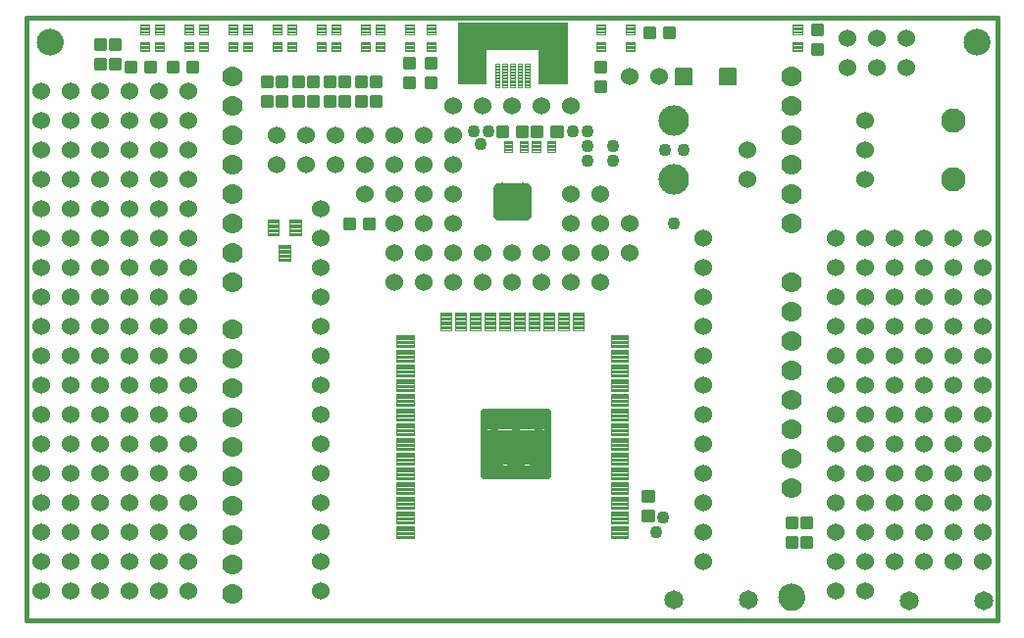
<source format=gts>
G75*
%MOMM*%
%OFA0B0*%
%FSLAX33Y33*%
%IPPOS*%
%LPD*%
%AMOC8*
5,1,8,0,0,1.08239X$1,22.5*
%
%ADD10C,0.406*%
%ADD11C,0.000*%
%ADD12C,2.302*%
%ADD13C,0.254*%
%ADD14C,0.120*%
%ADD15C,0.330*%
%ADD16C,1.524*%
%ADD17C,0.117*%
%ADD18C,0.110*%
%ADD19C,0.610*%
%ADD20C,0.125*%
%ADD21C,0.010*%
%ADD22C,1.778*%
%ADD23C,2.102*%
%ADD24C,2.642*%
%ADD25C,0.150*%
%ADD26C,1.642*%
%ADD27C,1.102*%
%ADD28C,1.502*%
D10*
X10601Y44154D02*
X10601Y96214D01*
X94421Y96224D01*
X94421Y44154D01*
X10601Y44154D01*
D11*
X11501Y94154D02*
X11503Y94220D01*
X11509Y94285D01*
X11519Y94350D01*
X11532Y94415D01*
X11550Y94478D01*
X11571Y94541D01*
X11596Y94601D01*
X11625Y94661D01*
X11657Y94718D01*
X11692Y94774D01*
X11731Y94827D01*
X11773Y94878D01*
X11817Y94926D01*
X11865Y94971D01*
X11915Y95014D01*
X11968Y95053D01*
X12023Y95090D01*
X12080Y95123D01*
X12139Y95152D01*
X12199Y95178D01*
X12261Y95200D01*
X12324Y95219D01*
X12388Y95233D01*
X12453Y95244D01*
X12519Y95251D01*
X12585Y95254D01*
X12650Y95253D01*
X12716Y95248D01*
X12781Y95239D01*
X12846Y95226D01*
X12909Y95210D01*
X12972Y95190D01*
X13033Y95165D01*
X13093Y95138D01*
X13151Y95107D01*
X13207Y95072D01*
X13261Y95034D01*
X13312Y94993D01*
X13361Y94949D01*
X13407Y94902D01*
X13451Y94853D01*
X13491Y94801D01*
X13528Y94746D01*
X13562Y94690D01*
X13592Y94631D01*
X13619Y94571D01*
X13642Y94510D01*
X13661Y94447D01*
X13677Y94383D01*
X13689Y94318D01*
X13697Y94253D01*
X13701Y94187D01*
X13701Y94121D01*
X13697Y94055D01*
X13689Y93990D01*
X13677Y93925D01*
X13661Y93861D01*
X13642Y93798D01*
X13619Y93737D01*
X13592Y93677D01*
X13562Y93618D01*
X13528Y93562D01*
X13491Y93507D01*
X13451Y93455D01*
X13407Y93406D01*
X13361Y93359D01*
X13312Y93315D01*
X13261Y93274D01*
X13207Y93236D01*
X13151Y93201D01*
X13093Y93170D01*
X13033Y93143D01*
X12972Y93118D01*
X12909Y93098D01*
X12846Y93082D01*
X12781Y93069D01*
X12716Y93060D01*
X12650Y93055D01*
X12585Y93054D01*
X12519Y93057D01*
X12453Y93064D01*
X12388Y93075D01*
X12324Y93089D01*
X12261Y93108D01*
X12199Y93130D01*
X12139Y93156D01*
X12080Y93185D01*
X12023Y93218D01*
X11968Y93255D01*
X11915Y93294D01*
X11865Y93337D01*
X11817Y93382D01*
X11773Y93430D01*
X11731Y93481D01*
X11692Y93534D01*
X11657Y93590D01*
X11625Y93647D01*
X11596Y93707D01*
X11571Y93767D01*
X11550Y93830D01*
X11532Y93893D01*
X11519Y93958D01*
X11509Y94023D01*
X11503Y94088D01*
X11501Y94154D01*
X75501Y46154D02*
X75503Y46220D01*
X75509Y46285D01*
X75519Y46350D01*
X75532Y46415D01*
X75550Y46478D01*
X75571Y46541D01*
X75596Y46601D01*
X75625Y46661D01*
X75657Y46718D01*
X75692Y46774D01*
X75731Y46827D01*
X75773Y46878D01*
X75817Y46926D01*
X75865Y46971D01*
X75915Y47014D01*
X75968Y47053D01*
X76023Y47090D01*
X76080Y47123D01*
X76139Y47152D01*
X76199Y47178D01*
X76261Y47200D01*
X76324Y47219D01*
X76388Y47233D01*
X76453Y47244D01*
X76519Y47251D01*
X76585Y47254D01*
X76650Y47253D01*
X76716Y47248D01*
X76781Y47239D01*
X76846Y47226D01*
X76909Y47210D01*
X76972Y47190D01*
X77033Y47165D01*
X77093Y47138D01*
X77151Y47107D01*
X77207Y47072D01*
X77261Y47034D01*
X77312Y46993D01*
X77361Y46949D01*
X77407Y46902D01*
X77451Y46853D01*
X77491Y46801D01*
X77528Y46746D01*
X77562Y46690D01*
X77592Y46631D01*
X77619Y46571D01*
X77642Y46510D01*
X77661Y46447D01*
X77677Y46383D01*
X77689Y46318D01*
X77697Y46253D01*
X77701Y46187D01*
X77701Y46121D01*
X77697Y46055D01*
X77689Y45990D01*
X77677Y45925D01*
X77661Y45861D01*
X77642Y45798D01*
X77619Y45737D01*
X77592Y45677D01*
X77562Y45618D01*
X77528Y45562D01*
X77491Y45507D01*
X77451Y45455D01*
X77407Y45406D01*
X77361Y45359D01*
X77312Y45315D01*
X77261Y45274D01*
X77207Y45236D01*
X77151Y45201D01*
X77093Y45170D01*
X77033Y45143D01*
X76972Y45118D01*
X76909Y45098D01*
X76846Y45082D01*
X76781Y45069D01*
X76716Y45060D01*
X76650Y45055D01*
X76585Y45054D01*
X76519Y45057D01*
X76453Y45064D01*
X76388Y45075D01*
X76324Y45089D01*
X76261Y45108D01*
X76199Y45130D01*
X76139Y45156D01*
X76080Y45185D01*
X76023Y45218D01*
X75968Y45255D01*
X75915Y45294D01*
X75865Y45337D01*
X75817Y45382D01*
X75773Y45430D01*
X75731Y45481D01*
X75692Y45534D01*
X75657Y45590D01*
X75625Y45647D01*
X75596Y45707D01*
X75571Y45767D01*
X75550Y45830D01*
X75532Y45893D01*
X75519Y45958D01*
X75509Y46023D01*
X75503Y46088D01*
X75501Y46154D01*
X91501Y94154D02*
X91503Y94220D01*
X91509Y94285D01*
X91519Y94350D01*
X91532Y94415D01*
X91550Y94478D01*
X91571Y94541D01*
X91596Y94601D01*
X91625Y94661D01*
X91657Y94718D01*
X91692Y94774D01*
X91731Y94827D01*
X91773Y94878D01*
X91817Y94926D01*
X91865Y94971D01*
X91915Y95014D01*
X91968Y95053D01*
X92023Y95090D01*
X92080Y95123D01*
X92139Y95152D01*
X92199Y95178D01*
X92261Y95200D01*
X92324Y95219D01*
X92388Y95233D01*
X92453Y95244D01*
X92519Y95251D01*
X92585Y95254D01*
X92650Y95253D01*
X92716Y95248D01*
X92781Y95239D01*
X92846Y95226D01*
X92909Y95210D01*
X92972Y95190D01*
X93033Y95165D01*
X93093Y95138D01*
X93151Y95107D01*
X93207Y95072D01*
X93261Y95034D01*
X93312Y94993D01*
X93361Y94949D01*
X93407Y94902D01*
X93451Y94853D01*
X93491Y94801D01*
X93528Y94746D01*
X93562Y94690D01*
X93592Y94631D01*
X93619Y94571D01*
X93642Y94510D01*
X93661Y94447D01*
X93677Y94383D01*
X93689Y94318D01*
X93697Y94253D01*
X93701Y94187D01*
X93701Y94121D01*
X93697Y94055D01*
X93689Y93990D01*
X93677Y93925D01*
X93661Y93861D01*
X93642Y93798D01*
X93619Y93737D01*
X93592Y93677D01*
X93562Y93618D01*
X93528Y93562D01*
X93491Y93507D01*
X93451Y93455D01*
X93407Y93406D01*
X93361Y93359D01*
X93312Y93315D01*
X93261Y93274D01*
X93207Y93236D01*
X93151Y93201D01*
X93093Y93170D01*
X93033Y93143D01*
X92972Y93118D01*
X92909Y93098D01*
X92846Y93082D01*
X92781Y93069D01*
X92716Y93060D01*
X92650Y93055D01*
X92585Y93054D01*
X92519Y93057D01*
X92453Y93064D01*
X92388Y93075D01*
X92324Y93089D01*
X92261Y93108D01*
X92199Y93130D01*
X92139Y93156D01*
X92080Y93185D01*
X92023Y93218D01*
X91968Y93255D01*
X91915Y93294D01*
X91865Y93337D01*
X91817Y93382D01*
X91773Y93430D01*
X91731Y93481D01*
X91692Y93534D01*
X91657Y93590D01*
X91625Y93647D01*
X91596Y93707D01*
X91571Y93767D01*
X91550Y93830D01*
X91532Y93893D01*
X91519Y93958D01*
X91509Y94023D01*
X91503Y94088D01*
X91501Y94154D01*
D12*
X92601Y94154D03*
X76601Y46154D03*
X12601Y94154D03*
D13*
X51003Y81619D02*
X51003Y79079D01*
X51241Y78841D01*
X53781Y78841D01*
X54020Y79079D01*
X54020Y81619D01*
X53781Y81857D01*
X51241Y81857D01*
X51003Y81619D01*
X51003Y81524D02*
X54020Y81524D01*
X54020Y81271D02*
X51003Y81271D01*
X51003Y81019D02*
X54020Y81019D01*
X54020Y80766D02*
X51003Y80766D01*
X51003Y80514D02*
X54020Y80514D01*
X54020Y80261D02*
X51003Y80261D01*
X51003Y80009D02*
X54020Y80009D01*
X54020Y79756D02*
X51003Y79756D01*
X51003Y79504D02*
X54020Y79504D01*
X54020Y79251D02*
X51003Y79251D01*
X51083Y78999D02*
X53940Y78999D01*
X53862Y81776D02*
X51161Y81776D01*
D14*
X51838Y85552D02*
X52520Y85552D01*
X52520Y84670D01*
X51838Y84670D01*
X51838Y85552D01*
X51838Y84789D02*
X52520Y84789D01*
X52520Y84908D02*
X51838Y84908D01*
X51838Y85027D02*
X52520Y85027D01*
X52520Y85146D02*
X51838Y85146D01*
X51838Y85265D02*
X52520Y85265D01*
X52520Y85384D02*
X51838Y85384D01*
X51838Y85503D02*
X52520Y85503D01*
X53138Y85552D02*
X53820Y85552D01*
X53820Y84670D01*
X53138Y84670D01*
X53138Y85552D01*
X53138Y84789D02*
X53820Y84789D01*
X53820Y84908D02*
X53138Y84908D01*
X53138Y85027D02*
X53820Y85027D01*
X53820Y85146D02*
X53138Y85146D01*
X53138Y85265D02*
X53820Y85265D01*
X53820Y85384D02*
X53138Y85384D01*
X53138Y85503D02*
X53820Y85503D01*
X54219Y84670D02*
X54901Y84670D01*
X54219Y84670D02*
X54219Y85552D01*
X54901Y85552D01*
X54901Y84670D01*
X54901Y84789D02*
X54219Y84789D01*
X54219Y84908D02*
X54901Y84908D01*
X54901Y85027D02*
X54219Y85027D01*
X54219Y85146D02*
X54901Y85146D01*
X54901Y85265D02*
X54219Y85265D01*
X54219Y85384D02*
X54901Y85384D01*
X54901Y85503D02*
X54219Y85503D01*
X55519Y84670D02*
X56201Y84670D01*
X55519Y84670D02*
X55519Y85552D01*
X56201Y85552D01*
X56201Y84670D01*
X56201Y84789D02*
X55519Y84789D01*
X55519Y84908D02*
X56201Y84908D01*
X56201Y85027D02*
X55519Y85027D01*
X55519Y85146D02*
X56201Y85146D01*
X56201Y85265D02*
X55519Y85265D01*
X55519Y85384D02*
X56201Y85384D01*
X56201Y85503D02*
X55519Y85503D01*
D15*
X55064Y85995D02*
X54292Y85995D01*
X54292Y86767D01*
X55064Y86767D01*
X55064Y85995D01*
X55064Y86324D02*
X54292Y86324D01*
X54292Y86653D02*
X55064Y86653D01*
X55992Y85995D02*
X56764Y85995D01*
X55992Y85995D02*
X55992Y86767D01*
X56764Y86767D01*
X56764Y85995D01*
X56764Y86324D02*
X55992Y86324D01*
X55992Y86653D02*
X56764Y86653D01*
X53747Y86767D02*
X52975Y86767D01*
X53747Y86767D02*
X53747Y85995D01*
X52975Y85995D01*
X52975Y86767D01*
X52975Y86324D02*
X53747Y86324D01*
X53747Y86653D02*
X52975Y86653D01*
X52047Y86767D02*
X51275Y86767D01*
X52047Y86767D02*
X52047Y85995D01*
X51275Y85995D01*
X51275Y86767D01*
X51275Y86324D02*
X52047Y86324D01*
X52047Y86653D02*
X51275Y86653D01*
X45140Y90225D02*
X45140Y90997D01*
X45912Y90997D01*
X45912Y90225D01*
X45140Y90225D01*
X45140Y90554D02*
X45912Y90554D01*
X45912Y90883D02*
X45140Y90883D01*
X45140Y91925D02*
X45140Y92697D01*
X45912Y92697D01*
X45912Y91925D01*
X45140Y91925D01*
X45140Y92254D02*
X45912Y92254D01*
X45912Y92583D02*
X45140Y92583D01*
X43235Y92697D02*
X43235Y91925D01*
X43235Y92697D02*
X44007Y92697D01*
X44007Y91925D01*
X43235Y91925D01*
X43235Y92254D02*
X44007Y92254D01*
X44007Y92583D02*
X43235Y92583D01*
X43235Y90997D02*
X43235Y90225D01*
X43235Y90997D02*
X44007Y90997D01*
X44007Y90225D01*
X43235Y90225D01*
X43235Y90554D02*
X44007Y90554D01*
X44007Y90883D02*
X43235Y90883D01*
X41150Y91110D02*
X41150Y90338D01*
X40378Y90338D01*
X40378Y91110D01*
X41150Y91110D01*
X41150Y90667D02*
X40378Y90667D01*
X40378Y90996D02*
X41150Y90996D01*
X39880Y91110D02*
X39880Y90338D01*
X39108Y90338D01*
X39108Y91110D01*
X39880Y91110D01*
X39880Y90667D02*
X39108Y90667D01*
X39108Y90996D02*
X39880Y90996D01*
X38451Y91110D02*
X38451Y90338D01*
X37679Y90338D01*
X37679Y91110D01*
X38451Y91110D01*
X38451Y90667D02*
X37679Y90667D01*
X37679Y90996D02*
X38451Y90996D01*
X37181Y91110D02*
X37181Y90338D01*
X36409Y90338D01*
X36409Y91110D01*
X37181Y91110D01*
X37181Y90667D02*
X36409Y90667D01*
X36409Y90996D02*
X37181Y90996D01*
X35752Y91110D02*
X35752Y90338D01*
X34980Y90338D01*
X34980Y91110D01*
X35752Y91110D01*
X35752Y90667D02*
X34980Y90667D01*
X34980Y90996D02*
X35752Y90996D01*
X34482Y91110D02*
X34482Y90338D01*
X33710Y90338D01*
X33710Y91110D01*
X34482Y91110D01*
X34482Y90667D02*
X33710Y90667D01*
X33710Y90996D02*
X34482Y90996D01*
X33054Y91110D02*
X33054Y90338D01*
X32282Y90338D01*
X32282Y91110D01*
X33054Y91110D01*
X33054Y90667D02*
X32282Y90667D01*
X32282Y90996D02*
X33054Y90996D01*
X31784Y91110D02*
X31784Y90338D01*
X31012Y90338D01*
X31012Y91110D01*
X31784Y91110D01*
X31784Y90667D02*
X31012Y90667D01*
X31012Y90996D02*
X31784Y90996D01*
X31784Y89410D02*
X31784Y88638D01*
X31012Y88638D01*
X31012Y89410D01*
X31784Y89410D01*
X31784Y88967D02*
X31012Y88967D01*
X31012Y89296D02*
X31784Y89296D01*
X33054Y89410D02*
X33054Y88638D01*
X32282Y88638D01*
X32282Y89410D01*
X33054Y89410D01*
X33054Y88967D02*
X32282Y88967D01*
X32282Y89296D02*
X33054Y89296D01*
X34482Y89410D02*
X34482Y88638D01*
X33710Y88638D01*
X33710Y89410D01*
X34482Y89410D01*
X34482Y88967D02*
X33710Y88967D01*
X33710Y89296D02*
X34482Y89296D01*
X35752Y89410D02*
X35752Y88638D01*
X34980Y88638D01*
X34980Y89410D01*
X35752Y89410D01*
X35752Y88967D02*
X34980Y88967D01*
X34980Y89296D02*
X35752Y89296D01*
X37181Y89410D02*
X37181Y88638D01*
X36409Y88638D01*
X36409Y89410D01*
X37181Y89410D01*
X37181Y88967D02*
X36409Y88967D01*
X36409Y89296D02*
X37181Y89296D01*
X38451Y89410D02*
X38451Y88638D01*
X37679Y88638D01*
X37679Y89410D01*
X38451Y89410D01*
X38451Y88967D02*
X37679Y88967D01*
X37679Y89296D02*
X38451Y89296D01*
X39880Y89410D02*
X39880Y88638D01*
X39108Y88638D01*
X39108Y89410D01*
X39880Y89410D01*
X39880Y88967D02*
X39108Y88967D01*
X39108Y89296D02*
X39880Y89296D01*
X41150Y89410D02*
X41150Y88638D01*
X40378Y88638D01*
X40378Y89410D01*
X41150Y89410D01*
X41150Y88967D02*
X40378Y88967D01*
X40378Y89296D02*
X41150Y89296D01*
X40571Y78830D02*
X39799Y78830D01*
X40571Y78830D02*
X40571Y78058D01*
X39799Y78058D01*
X39799Y78830D01*
X39799Y78387D02*
X40571Y78387D01*
X40571Y78716D02*
X39799Y78716D01*
X38871Y78830D02*
X38099Y78830D01*
X38871Y78830D02*
X38871Y78058D01*
X38099Y78058D01*
X38099Y78830D01*
X38099Y78387D02*
X38871Y78387D01*
X38871Y78716D02*
X38099Y78716D01*
X25331Y91551D02*
X24559Y91551D01*
X24559Y92323D01*
X25331Y92323D01*
X25331Y91551D01*
X25331Y91880D02*
X24559Y91880D01*
X24559Y92209D02*
X25331Y92209D01*
X23631Y91551D02*
X22859Y91551D01*
X22859Y92323D01*
X23631Y92323D01*
X23631Y91551D01*
X23631Y91880D02*
X22859Y91880D01*
X22859Y92209D02*
X23631Y92209D01*
X21680Y91551D02*
X20908Y91551D01*
X20908Y92323D01*
X21680Y92323D01*
X21680Y91551D01*
X21680Y91880D02*
X20908Y91880D01*
X20908Y92209D02*
X21680Y92209D01*
X19980Y91551D02*
X19208Y91551D01*
X19208Y92323D01*
X19980Y92323D01*
X19980Y91551D01*
X19980Y91880D02*
X19208Y91880D01*
X19208Y92209D02*
X19980Y92209D01*
X18607Y92585D02*
X18607Y91813D01*
X17835Y91813D01*
X17835Y92585D01*
X18607Y92585D01*
X18607Y92142D02*
X17835Y92142D01*
X17835Y92471D02*
X18607Y92471D01*
X18607Y93513D02*
X18607Y94285D01*
X18607Y93513D02*
X17835Y93513D01*
X17835Y94285D01*
X18607Y94285D01*
X18607Y93842D02*
X17835Y93842D01*
X17835Y94171D02*
X18607Y94171D01*
X17337Y94285D02*
X17337Y93513D01*
X16565Y93513D01*
X16565Y94285D01*
X17337Y94285D01*
X17337Y93842D02*
X16565Y93842D01*
X16565Y94171D02*
X17337Y94171D01*
X17337Y92585D02*
X17337Y91813D01*
X16565Y91813D01*
X16565Y92585D01*
X17337Y92585D01*
X17337Y92142D02*
X16565Y92142D01*
X16565Y92471D02*
X17337Y92471D01*
X60517Y92380D02*
X60517Y91608D01*
X59745Y91608D01*
X59745Y92380D01*
X60517Y92380D01*
X60517Y91937D02*
X59745Y91937D01*
X59745Y92266D02*
X60517Y92266D01*
X60517Y90680D02*
X60517Y89908D01*
X59745Y89908D01*
X59745Y90680D01*
X60517Y90680D01*
X60517Y90237D02*
X59745Y90237D01*
X59745Y90566D02*
X60517Y90566D01*
X63975Y95340D02*
X64747Y95340D01*
X64747Y94568D01*
X63975Y94568D01*
X63975Y95340D01*
X63975Y94897D02*
X64747Y94897D01*
X64747Y95226D02*
X63975Y95226D01*
X65675Y95340D02*
X66447Y95340D01*
X66447Y94568D01*
X65675Y94568D01*
X65675Y95340D01*
X65675Y94897D02*
X66447Y94897D01*
X66447Y95226D02*
X65675Y95226D01*
X79250Y95555D02*
X79250Y94783D01*
X78478Y94783D01*
X78478Y95555D01*
X79250Y95555D01*
X79250Y95112D02*
X78478Y95112D01*
X78478Y95441D02*
X79250Y95441D01*
X79250Y93855D02*
X79250Y93083D01*
X78478Y93083D01*
X78478Y93855D01*
X79250Y93855D01*
X79250Y93412D02*
X78478Y93412D01*
X78478Y93741D02*
X79250Y93741D01*
X63868Y55237D02*
X63868Y54465D01*
X63868Y55237D02*
X64640Y55237D01*
X64640Y54465D01*
X63868Y54465D01*
X63868Y54794D02*
X64640Y54794D01*
X64640Y55123D02*
X63868Y55123D01*
X63868Y53537D02*
X63868Y52765D01*
X63868Y53537D02*
X64640Y53537D01*
X64640Y52765D01*
X63868Y52765D01*
X63868Y53094D02*
X64640Y53094D01*
X64640Y53423D02*
X63868Y53423D01*
X77027Y53010D02*
X77027Y52238D01*
X76255Y52238D01*
X76255Y53010D01*
X77027Y53010D01*
X77027Y52567D02*
X76255Y52567D01*
X76255Y52896D02*
X77027Y52896D01*
X78297Y53010D02*
X78297Y52238D01*
X77525Y52238D01*
X77525Y53010D01*
X78297Y53010D01*
X78297Y52567D02*
X77525Y52567D01*
X77525Y52896D02*
X78297Y52896D01*
X78297Y51310D02*
X78297Y50538D01*
X77525Y50538D01*
X77525Y51310D01*
X78297Y51310D01*
X78297Y50867D02*
X77525Y50867D01*
X77525Y51196D02*
X78297Y51196D01*
X77027Y51310D02*
X77027Y50538D01*
X76255Y50538D01*
X76255Y51310D01*
X77027Y51310D01*
X77027Y50867D02*
X76255Y50867D01*
X76255Y51196D02*
X77027Y51196D01*
D16*
X80451Y51774D03*
X80451Y49234D03*
X80451Y46694D03*
X82991Y46694D03*
X82991Y49234D03*
X82991Y51774D03*
X85531Y51774D03*
X85531Y49234D03*
X88071Y49234D03*
X88071Y51774D03*
X88071Y54314D03*
X85531Y54314D03*
X82991Y54314D03*
X82991Y56854D03*
X85531Y56854D03*
X88071Y56854D03*
X88071Y59394D03*
X85531Y59394D03*
X82991Y59394D03*
X82991Y61934D03*
X85531Y61934D03*
X88071Y61934D03*
X88071Y64474D03*
X85531Y64474D03*
X82991Y64474D03*
X82991Y67014D03*
X85531Y67014D03*
X88071Y67014D03*
X88071Y69554D03*
X85531Y69554D03*
X82991Y69554D03*
X82991Y72094D03*
X85531Y72094D03*
X88071Y72094D03*
X88071Y74634D03*
X85531Y74634D03*
X82991Y74634D03*
X82991Y77174D03*
X85531Y77174D03*
X88071Y77174D03*
X90611Y77174D03*
X90611Y74634D03*
X93151Y74634D03*
X93151Y77174D03*
X93151Y72094D03*
X90611Y72094D03*
X90611Y69554D03*
X93151Y69554D03*
X93151Y67014D03*
X90611Y67014D03*
X90611Y64474D03*
X93151Y64474D03*
X93151Y61934D03*
X90611Y61934D03*
X90611Y59394D03*
X93151Y59394D03*
X93151Y56854D03*
X90611Y56854D03*
X90611Y54314D03*
X93151Y54314D03*
X93151Y51774D03*
X90611Y51774D03*
X90611Y49234D03*
X93151Y49234D03*
X80451Y54314D03*
X80451Y56854D03*
X80451Y59394D03*
X80451Y61934D03*
X80451Y64474D03*
X80451Y67014D03*
X80451Y69554D03*
X80451Y72094D03*
X80451Y74634D03*
X80451Y77174D03*
X82991Y82254D03*
X82991Y84794D03*
X82991Y87334D03*
X83944Y91937D03*
X86484Y91937D03*
X86484Y94477D03*
X83944Y94477D03*
X81404Y94477D03*
X81404Y91937D03*
X72831Y84794D03*
X72831Y82254D03*
X69021Y77174D03*
X69021Y74634D03*
X69021Y72094D03*
X69021Y69554D03*
X69021Y67014D03*
X69021Y64474D03*
X69021Y61934D03*
X69021Y59394D03*
X69021Y56854D03*
X69021Y54314D03*
X69021Y51774D03*
X69021Y49234D03*
X60131Y73364D03*
X57591Y73364D03*
X55051Y73364D03*
X52511Y73364D03*
X49971Y73364D03*
X47431Y73364D03*
X44891Y73364D03*
X42351Y73364D03*
X42351Y75904D03*
X42351Y78444D03*
X44891Y78444D03*
X44891Y75904D03*
X47431Y75904D03*
X47431Y78444D03*
X49971Y75904D03*
X52511Y75904D03*
X55051Y75904D03*
X57591Y75904D03*
X57591Y78444D03*
X60131Y78444D03*
X60131Y75904D03*
X62671Y75904D03*
X62671Y78444D03*
X60131Y80984D03*
X57591Y80984D03*
X57591Y88604D03*
X55051Y88604D03*
X52511Y88604D03*
X49971Y88604D03*
X47431Y88604D03*
X47431Y86064D03*
X44891Y86064D03*
X42351Y86064D03*
X39811Y86064D03*
X37271Y86064D03*
X34731Y86064D03*
X32191Y86064D03*
X32191Y83524D03*
X34731Y83524D03*
X37271Y83524D03*
X39811Y83524D03*
X39811Y80984D03*
X42351Y80984D03*
X42351Y83524D03*
X44891Y83524D03*
X44891Y80984D03*
X47431Y80984D03*
X47431Y83524D03*
X36001Y79714D03*
X36001Y77174D03*
X36001Y74634D03*
X36001Y72094D03*
X36001Y69554D03*
X36001Y67014D03*
X36001Y64474D03*
X36001Y61934D03*
X36001Y59394D03*
X36001Y56854D03*
X36001Y54314D03*
X36001Y51774D03*
X36001Y49234D03*
X36001Y46694D03*
X24571Y46694D03*
X22031Y46694D03*
X19491Y46694D03*
X16951Y46694D03*
X14411Y46694D03*
X11871Y46694D03*
X11871Y49234D03*
X11871Y51774D03*
X14411Y51774D03*
X14411Y49234D03*
X16951Y49234D03*
X16951Y51774D03*
X16951Y54314D03*
X14411Y54314D03*
X11871Y54314D03*
X11871Y56854D03*
X14411Y56854D03*
X16951Y56854D03*
X16951Y59394D03*
X14411Y59394D03*
X11871Y59394D03*
X11871Y61934D03*
X14411Y61934D03*
X16951Y61934D03*
X16951Y64474D03*
X14411Y64474D03*
X11871Y64474D03*
X11871Y67014D03*
X14411Y67014D03*
X16951Y67014D03*
X16951Y69554D03*
X14411Y69554D03*
X11871Y69554D03*
X11871Y72094D03*
X14411Y72094D03*
X16951Y72094D03*
X16951Y74634D03*
X14411Y74634D03*
X11871Y74634D03*
X11871Y77174D03*
X14411Y77174D03*
X16951Y77174D03*
X16951Y79714D03*
X14411Y79714D03*
X11871Y79714D03*
X11871Y82254D03*
X14411Y82254D03*
X16951Y82254D03*
X16951Y84794D03*
X14411Y84794D03*
X11871Y84794D03*
X11871Y87334D03*
X14411Y87334D03*
X16951Y87334D03*
X16951Y89874D03*
X14411Y89874D03*
X11871Y89874D03*
X19491Y89874D03*
X22031Y89874D03*
X24571Y89874D03*
X24571Y87334D03*
X22031Y87334D03*
X19491Y87334D03*
X19491Y84794D03*
X22031Y84794D03*
X24571Y84794D03*
X24571Y82254D03*
X22031Y82254D03*
X19491Y82254D03*
X19491Y79714D03*
X22031Y79714D03*
X24571Y79714D03*
X24571Y77174D03*
X22031Y77174D03*
X19491Y77174D03*
X19491Y74634D03*
X22031Y74634D03*
X24571Y74634D03*
X24571Y72094D03*
X22031Y72094D03*
X19491Y72094D03*
X19491Y69554D03*
X22031Y69554D03*
X24571Y69554D03*
X24571Y67014D03*
X22031Y67014D03*
X19491Y67014D03*
X19491Y64474D03*
X22031Y64474D03*
X24571Y64474D03*
X24571Y61934D03*
X22031Y61934D03*
X19491Y61934D03*
X19491Y59394D03*
X22031Y59394D03*
X24571Y59394D03*
X24571Y56854D03*
X22031Y56854D03*
X19491Y56854D03*
X19491Y54314D03*
X22031Y54314D03*
X24571Y54314D03*
X24571Y51774D03*
X22031Y51774D03*
X19491Y51774D03*
X19491Y49234D03*
X22031Y49234D03*
X24571Y49234D03*
X62671Y91144D03*
X65211Y91144D03*
D17*
X63064Y94120D02*
X62278Y94120D01*
X63064Y94120D02*
X63064Y93334D01*
X62278Y93334D01*
X62278Y94120D01*
X62278Y93450D02*
X63064Y93450D01*
X63064Y93566D02*
X62278Y93566D01*
X62278Y93682D02*
X63064Y93682D01*
X63064Y93798D02*
X62278Y93798D01*
X62278Y93914D02*
X63064Y93914D01*
X63064Y94030D02*
X62278Y94030D01*
X62278Y95620D02*
X63064Y95620D01*
X63064Y94834D01*
X62278Y94834D01*
X62278Y95620D01*
X62278Y94950D02*
X63064Y94950D01*
X63064Y95066D02*
X62278Y95066D01*
X62278Y95182D02*
X63064Y95182D01*
X63064Y95298D02*
X62278Y95298D01*
X62278Y95414D02*
X63064Y95414D01*
X63064Y95530D02*
X62278Y95530D01*
X60524Y95620D02*
X59738Y95620D01*
X60524Y95620D02*
X60524Y94834D01*
X59738Y94834D01*
X59738Y95620D01*
X59738Y94950D02*
X60524Y94950D01*
X60524Y95066D02*
X59738Y95066D01*
X59738Y95182D02*
X60524Y95182D01*
X60524Y95298D02*
X59738Y95298D01*
X59738Y95414D02*
X60524Y95414D01*
X60524Y95530D02*
X59738Y95530D01*
X59738Y94120D02*
X60524Y94120D01*
X60524Y93334D01*
X59738Y93334D01*
X59738Y94120D01*
X59738Y93450D02*
X60524Y93450D01*
X60524Y93566D02*
X59738Y93566D01*
X59738Y93682D02*
X60524Y93682D01*
X60524Y93798D02*
X59738Y93798D01*
X59738Y93914D02*
X60524Y93914D01*
X60524Y94030D02*
X59738Y94030D01*
X45919Y94120D02*
X45133Y94120D01*
X45919Y94120D02*
X45919Y93334D01*
X45133Y93334D01*
X45133Y94120D01*
X45133Y93450D02*
X45919Y93450D01*
X45919Y93566D02*
X45133Y93566D01*
X45133Y93682D02*
X45919Y93682D01*
X45919Y93798D02*
X45133Y93798D01*
X45133Y93914D02*
X45919Y93914D01*
X45919Y94030D02*
X45133Y94030D01*
X45133Y95620D02*
X45919Y95620D01*
X45919Y94834D01*
X45133Y94834D01*
X45133Y95620D01*
X45133Y94950D02*
X45919Y94950D01*
X45919Y95066D02*
X45133Y95066D01*
X45133Y95182D02*
X45919Y95182D01*
X45919Y95298D02*
X45133Y95298D01*
X45133Y95414D02*
X45919Y95414D01*
X45919Y95530D02*
X45133Y95530D01*
X44014Y95620D02*
X43228Y95620D01*
X44014Y95620D02*
X44014Y94834D01*
X43228Y94834D01*
X43228Y95620D01*
X43228Y94950D02*
X44014Y94950D01*
X44014Y95066D02*
X43228Y95066D01*
X43228Y95182D02*
X44014Y95182D01*
X44014Y95298D02*
X43228Y95298D01*
X43228Y95414D02*
X44014Y95414D01*
X44014Y95530D02*
X43228Y95530D01*
X43228Y94120D02*
X44014Y94120D01*
X44014Y93334D01*
X43228Y93334D01*
X43228Y94120D01*
X43228Y93450D02*
X44014Y93450D01*
X44014Y93566D02*
X43228Y93566D01*
X43228Y93682D02*
X44014Y93682D01*
X44014Y93798D02*
X43228Y93798D01*
X43228Y93914D02*
X44014Y93914D01*
X44014Y94030D02*
X43228Y94030D01*
X41474Y94120D02*
X40688Y94120D01*
X41474Y94120D02*
X41474Y93334D01*
X40688Y93334D01*
X40688Y94120D01*
X40688Y93450D02*
X41474Y93450D01*
X41474Y93566D02*
X40688Y93566D01*
X40688Y93682D02*
X41474Y93682D01*
X41474Y93798D02*
X40688Y93798D01*
X40688Y93914D02*
X41474Y93914D01*
X41474Y94030D02*
X40688Y94030D01*
X40204Y93334D02*
X39418Y93334D01*
X39418Y94120D01*
X40204Y94120D01*
X40204Y93334D01*
X40204Y93450D02*
X39418Y93450D01*
X39418Y93566D02*
X40204Y93566D01*
X40204Y93682D02*
X39418Y93682D01*
X39418Y93798D02*
X40204Y93798D01*
X40204Y93914D02*
X39418Y93914D01*
X39418Y94030D02*
X40204Y94030D01*
X40204Y94834D02*
X39418Y94834D01*
X39418Y95620D01*
X40204Y95620D01*
X40204Y94834D01*
X40204Y94950D02*
X39418Y94950D01*
X39418Y95066D02*
X40204Y95066D01*
X40204Y95182D02*
X39418Y95182D01*
X39418Y95298D02*
X40204Y95298D01*
X40204Y95414D02*
X39418Y95414D01*
X39418Y95530D02*
X40204Y95530D01*
X40688Y95620D02*
X41474Y95620D01*
X41474Y94834D01*
X40688Y94834D01*
X40688Y95620D01*
X40688Y94950D02*
X41474Y94950D01*
X41474Y95066D02*
X40688Y95066D01*
X40688Y95182D02*
X41474Y95182D01*
X41474Y95298D02*
X40688Y95298D01*
X40688Y95414D02*
X41474Y95414D01*
X41474Y95530D02*
X40688Y95530D01*
X37664Y95620D02*
X36878Y95620D01*
X37664Y95620D02*
X37664Y94834D01*
X36878Y94834D01*
X36878Y95620D01*
X36878Y94950D02*
X37664Y94950D01*
X37664Y95066D02*
X36878Y95066D01*
X36878Y95182D02*
X37664Y95182D01*
X37664Y95298D02*
X36878Y95298D01*
X36878Y95414D02*
X37664Y95414D01*
X37664Y95530D02*
X36878Y95530D01*
X36394Y94834D02*
X35608Y94834D01*
X35608Y95620D01*
X36394Y95620D01*
X36394Y94834D01*
X36394Y94950D02*
X35608Y94950D01*
X35608Y95066D02*
X36394Y95066D01*
X36394Y95182D02*
X35608Y95182D01*
X35608Y95298D02*
X36394Y95298D01*
X36394Y95414D02*
X35608Y95414D01*
X35608Y95530D02*
X36394Y95530D01*
X36394Y93334D02*
X35608Y93334D01*
X35608Y94120D01*
X36394Y94120D01*
X36394Y93334D01*
X36394Y93450D02*
X35608Y93450D01*
X35608Y93566D02*
X36394Y93566D01*
X36394Y93682D02*
X35608Y93682D01*
X35608Y93798D02*
X36394Y93798D01*
X36394Y93914D02*
X35608Y93914D01*
X35608Y94030D02*
X36394Y94030D01*
X36878Y94120D02*
X37664Y94120D01*
X37664Y93334D01*
X36878Y93334D01*
X36878Y94120D01*
X36878Y93450D02*
X37664Y93450D01*
X37664Y93566D02*
X36878Y93566D01*
X36878Y93682D02*
X37664Y93682D01*
X37664Y93798D02*
X36878Y93798D01*
X36878Y93914D02*
X37664Y93914D01*
X37664Y94030D02*
X36878Y94030D01*
X33854Y94120D02*
X33068Y94120D01*
X33854Y94120D02*
X33854Y93334D01*
X33068Y93334D01*
X33068Y94120D01*
X33068Y93450D02*
X33854Y93450D01*
X33854Y93566D02*
X33068Y93566D01*
X33068Y93682D02*
X33854Y93682D01*
X33854Y93798D02*
X33068Y93798D01*
X33068Y93914D02*
X33854Y93914D01*
X33854Y94030D02*
X33068Y94030D01*
X32584Y93334D02*
X31798Y93334D01*
X31798Y94120D01*
X32584Y94120D01*
X32584Y93334D01*
X32584Y93450D02*
X31798Y93450D01*
X31798Y93566D02*
X32584Y93566D01*
X32584Y93682D02*
X31798Y93682D01*
X31798Y93798D02*
X32584Y93798D01*
X32584Y93914D02*
X31798Y93914D01*
X31798Y94030D02*
X32584Y94030D01*
X32584Y94834D02*
X31798Y94834D01*
X31798Y95620D01*
X32584Y95620D01*
X32584Y94834D01*
X32584Y94950D02*
X31798Y94950D01*
X31798Y95066D02*
X32584Y95066D01*
X32584Y95182D02*
X31798Y95182D01*
X31798Y95298D02*
X32584Y95298D01*
X32584Y95414D02*
X31798Y95414D01*
X31798Y95530D02*
X32584Y95530D01*
X33068Y95620D02*
X33854Y95620D01*
X33854Y94834D01*
X33068Y94834D01*
X33068Y95620D01*
X33068Y94950D02*
X33854Y94950D01*
X33854Y95066D02*
X33068Y95066D01*
X33068Y95182D02*
X33854Y95182D01*
X33854Y95298D02*
X33068Y95298D01*
X33068Y95414D02*
X33854Y95414D01*
X33854Y95530D02*
X33068Y95530D01*
X30044Y95620D02*
X29258Y95620D01*
X30044Y95620D02*
X30044Y94834D01*
X29258Y94834D01*
X29258Y95620D01*
X29258Y94950D02*
X30044Y94950D01*
X30044Y95066D02*
X29258Y95066D01*
X29258Y95182D02*
X30044Y95182D01*
X30044Y95298D02*
X29258Y95298D01*
X29258Y95414D02*
X30044Y95414D01*
X30044Y95530D02*
X29258Y95530D01*
X28774Y94834D02*
X27988Y94834D01*
X27988Y95620D01*
X28774Y95620D01*
X28774Y94834D01*
X28774Y94950D02*
X27988Y94950D01*
X27988Y95066D02*
X28774Y95066D01*
X28774Y95182D02*
X27988Y95182D01*
X27988Y95298D02*
X28774Y95298D01*
X28774Y95414D02*
X27988Y95414D01*
X27988Y95530D02*
X28774Y95530D01*
X28774Y93334D02*
X27988Y93334D01*
X27988Y94120D01*
X28774Y94120D01*
X28774Y93334D01*
X28774Y93450D02*
X27988Y93450D01*
X27988Y93566D02*
X28774Y93566D01*
X28774Y93682D02*
X27988Y93682D01*
X27988Y93798D02*
X28774Y93798D01*
X28774Y93914D02*
X27988Y93914D01*
X27988Y94030D02*
X28774Y94030D01*
X29258Y94120D02*
X30044Y94120D01*
X30044Y93334D01*
X29258Y93334D01*
X29258Y94120D01*
X29258Y93450D02*
X30044Y93450D01*
X30044Y93566D02*
X29258Y93566D01*
X29258Y93682D02*
X30044Y93682D01*
X30044Y93798D02*
X29258Y93798D01*
X29258Y93914D02*
X30044Y93914D01*
X30044Y94030D02*
X29258Y94030D01*
X26234Y94120D02*
X25448Y94120D01*
X26234Y94120D02*
X26234Y93334D01*
X25448Y93334D01*
X25448Y94120D01*
X25448Y93450D02*
X26234Y93450D01*
X26234Y93566D02*
X25448Y93566D01*
X25448Y93682D02*
X26234Y93682D01*
X26234Y93798D02*
X25448Y93798D01*
X25448Y93914D02*
X26234Y93914D01*
X26234Y94030D02*
X25448Y94030D01*
X24964Y93334D02*
X24178Y93334D01*
X24178Y94120D01*
X24964Y94120D01*
X24964Y93334D01*
X24964Y93450D02*
X24178Y93450D01*
X24178Y93566D02*
X24964Y93566D01*
X24964Y93682D02*
X24178Y93682D01*
X24178Y93798D02*
X24964Y93798D01*
X24964Y93914D02*
X24178Y93914D01*
X24178Y94030D02*
X24964Y94030D01*
X24964Y94834D02*
X24178Y94834D01*
X24178Y95620D01*
X24964Y95620D01*
X24964Y94834D01*
X24964Y94950D02*
X24178Y94950D01*
X24178Y95066D02*
X24964Y95066D01*
X24964Y95182D02*
X24178Y95182D01*
X24178Y95298D02*
X24964Y95298D01*
X24964Y95414D02*
X24178Y95414D01*
X24178Y95530D02*
X24964Y95530D01*
X25448Y95620D02*
X26234Y95620D01*
X26234Y94834D01*
X25448Y94834D01*
X25448Y95620D01*
X25448Y94950D02*
X26234Y94950D01*
X26234Y95066D02*
X25448Y95066D01*
X25448Y95182D02*
X26234Y95182D01*
X26234Y95298D02*
X25448Y95298D01*
X25448Y95414D02*
X26234Y95414D01*
X26234Y95530D02*
X25448Y95530D01*
X22424Y95620D02*
X21638Y95620D01*
X22424Y95620D02*
X22424Y94834D01*
X21638Y94834D01*
X21638Y95620D01*
X21638Y94950D02*
X22424Y94950D01*
X22424Y95066D02*
X21638Y95066D01*
X21638Y95182D02*
X22424Y95182D01*
X22424Y95298D02*
X21638Y95298D01*
X21638Y95414D02*
X22424Y95414D01*
X22424Y95530D02*
X21638Y95530D01*
X21154Y94834D02*
X20368Y94834D01*
X20368Y95620D01*
X21154Y95620D01*
X21154Y94834D01*
X21154Y94950D02*
X20368Y94950D01*
X20368Y95066D02*
X21154Y95066D01*
X21154Y95182D02*
X20368Y95182D01*
X20368Y95298D02*
X21154Y95298D01*
X21154Y95414D02*
X20368Y95414D01*
X20368Y95530D02*
X21154Y95530D01*
X21154Y93334D02*
X20368Y93334D01*
X20368Y94120D01*
X21154Y94120D01*
X21154Y93334D01*
X21154Y93450D02*
X20368Y93450D01*
X20368Y93566D02*
X21154Y93566D01*
X21154Y93682D02*
X20368Y93682D01*
X20368Y93798D02*
X21154Y93798D01*
X21154Y93914D02*
X20368Y93914D01*
X20368Y94030D02*
X21154Y94030D01*
X21638Y94120D02*
X22424Y94120D01*
X22424Y93334D01*
X21638Y93334D01*
X21638Y94120D01*
X21638Y93450D02*
X22424Y93450D01*
X22424Y93566D02*
X21638Y93566D01*
X21638Y93682D02*
X22424Y93682D01*
X22424Y93798D02*
X21638Y93798D01*
X21638Y93914D02*
X22424Y93914D01*
X22424Y94030D02*
X21638Y94030D01*
X76725Y93334D02*
X77511Y93334D01*
X76725Y93334D02*
X76725Y94120D01*
X77511Y94120D01*
X77511Y93334D01*
X77511Y93450D02*
X76725Y93450D01*
X76725Y93566D02*
X77511Y93566D01*
X77511Y93682D02*
X76725Y93682D01*
X76725Y93798D02*
X77511Y93798D01*
X77511Y93914D02*
X76725Y93914D01*
X76725Y94030D02*
X77511Y94030D01*
X77511Y94834D02*
X76725Y94834D01*
X76725Y95620D01*
X77511Y95620D01*
X77511Y94834D01*
X77511Y94950D02*
X76725Y94950D01*
X76725Y95066D02*
X77511Y95066D01*
X77511Y95182D02*
X76725Y95182D01*
X76725Y95298D02*
X77511Y95298D01*
X77511Y95414D02*
X76725Y95414D01*
X76725Y95530D02*
X77511Y95530D01*
D18*
X57715Y70755D02*
X57715Y69263D01*
X57715Y70755D02*
X58707Y70755D01*
X58707Y69263D01*
X57715Y69263D01*
X57715Y69372D02*
X58707Y69372D01*
X58707Y69481D02*
X57715Y69481D01*
X57715Y69590D02*
X58707Y69590D01*
X58707Y69699D02*
X57715Y69699D01*
X57715Y69808D02*
X58707Y69808D01*
X58707Y69917D02*
X57715Y69917D01*
X57715Y70026D02*
X58707Y70026D01*
X58707Y70135D02*
X57715Y70135D01*
X57715Y70244D02*
X58707Y70244D01*
X58707Y70353D02*
X57715Y70353D01*
X57715Y70462D02*
X58707Y70462D01*
X58707Y70571D02*
X57715Y70571D01*
X57715Y70680D02*
X58707Y70680D01*
X56445Y70755D02*
X56445Y69263D01*
X56445Y70755D02*
X57437Y70755D01*
X57437Y69263D01*
X56445Y69263D01*
X56445Y69372D02*
X57437Y69372D01*
X57437Y69481D02*
X56445Y69481D01*
X56445Y69590D02*
X57437Y69590D01*
X57437Y69699D02*
X56445Y69699D01*
X56445Y69808D02*
X57437Y69808D01*
X57437Y69917D02*
X56445Y69917D01*
X56445Y70026D02*
X57437Y70026D01*
X57437Y70135D02*
X56445Y70135D01*
X56445Y70244D02*
X57437Y70244D01*
X57437Y70353D02*
X56445Y70353D01*
X56445Y70462D02*
X57437Y70462D01*
X57437Y70571D02*
X56445Y70571D01*
X56445Y70680D02*
X57437Y70680D01*
X55175Y70755D02*
X55175Y69263D01*
X55175Y70755D02*
X56167Y70755D01*
X56167Y69263D01*
X55175Y69263D01*
X55175Y69372D02*
X56167Y69372D01*
X56167Y69481D02*
X55175Y69481D01*
X55175Y69590D02*
X56167Y69590D01*
X56167Y69699D02*
X55175Y69699D01*
X55175Y69808D02*
X56167Y69808D01*
X56167Y69917D02*
X55175Y69917D01*
X55175Y70026D02*
X56167Y70026D01*
X56167Y70135D02*
X55175Y70135D01*
X55175Y70244D02*
X56167Y70244D01*
X56167Y70353D02*
X55175Y70353D01*
X55175Y70462D02*
X56167Y70462D01*
X56167Y70571D02*
X55175Y70571D01*
X55175Y70680D02*
X56167Y70680D01*
X53905Y70755D02*
X53905Y69263D01*
X53905Y70755D02*
X54897Y70755D01*
X54897Y69263D01*
X53905Y69263D01*
X53905Y69372D02*
X54897Y69372D01*
X54897Y69481D02*
X53905Y69481D01*
X53905Y69590D02*
X54897Y69590D01*
X54897Y69699D02*
X53905Y69699D01*
X53905Y69808D02*
X54897Y69808D01*
X54897Y69917D02*
X53905Y69917D01*
X53905Y70026D02*
X54897Y70026D01*
X54897Y70135D02*
X53905Y70135D01*
X53905Y70244D02*
X54897Y70244D01*
X54897Y70353D02*
X53905Y70353D01*
X53905Y70462D02*
X54897Y70462D01*
X54897Y70571D02*
X53905Y70571D01*
X53905Y70680D02*
X54897Y70680D01*
X52635Y70755D02*
X52635Y69263D01*
X52635Y70755D02*
X53627Y70755D01*
X53627Y69263D01*
X52635Y69263D01*
X52635Y69372D02*
X53627Y69372D01*
X53627Y69481D02*
X52635Y69481D01*
X52635Y69590D02*
X53627Y69590D01*
X53627Y69699D02*
X52635Y69699D01*
X52635Y69808D02*
X53627Y69808D01*
X53627Y69917D02*
X52635Y69917D01*
X52635Y70026D02*
X53627Y70026D01*
X53627Y70135D02*
X52635Y70135D01*
X52635Y70244D02*
X53627Y70244D01*
X53627Y70353D02*
X52635Y70353D01*
X52635Y70462D02*
X53627Y70462D01*
X53627Y70571D02*
X52635Y70571D01*
X52635Y70680D02*
X53627Y70680D01*
X51365Y70755D02*
X51365Y69263D01*
X51365Y70755D02*
X52357Y70755D01*
X52357Y69263D01*
X51365Y69263D01*
X51365Y69372D02*
X52357Y69372D01*
X52357Y69481D02*
X51365Y69481D01*
X51365Y69590D02*
X52357Y69590D01*
X52357Y69699D02*
X51365Y69699D01*
X51365Y69808D02*
X52357Y69808D01*
X52357Y69917D02*
X51365Y69917D01*
X51365Y70026D02*
X52357Y70026D01*
X52357Y70135D02*
X51365Y70135D01*
X51365Y70244D02*
X52357Y70244D01*
X52357Y70353D02*
X51365Y70353D01*
X51365Y70462D02*
X52357Y70462D01*
X52357Y70571D02*
X51365Y70571D01*
X51365Y70680D02*
X52357Y70680D01*
X50095Y70755D02*
X50095Y69263D01*
X50095Y70755D02*
X51087Y70755D01*
X51087Y69263D01*
X50095Y69263D01*
X50095Y69372D02*
X51087Y69372D01*
X51087Y69481D02*
X50095Y69481D01*
X50095Y69590D02*
X51087Y69590D01*
X51087Y69699D02*
X50095Y69699D01*
X50095Y69808D02*
X51087Y69808D01*
X51087Y69917D02*
X50095Y69917D01*
X50095Y70026D02*
X51087Y70026D01*
X51087Y70135D02*
X50095Y70135D01*
X50095Y70244D02*
X51087Y70244D01*
X51087Y70353D02*
X50095Y70353D01*
X50095Y70462D02*
X51087Y70462D01*
X51087Y70571D02*
X50095Y70571D01*
X50095Y70680D02*
X51087Y70680D01*
X48825Y70755D02*
X48825Y69263D01*
X48825Y70755D02*
X49817Y70755D01*
X49817Y69263D01*
X48825Y69263D01*
X48825Y69372D02*
X49817Y69372D01*
X49817Y69481D02*
X48825Y69481D01*
X48825Y69590D02*
X49817Y69590D01*
X49817Y69699D02*
X48825Y69699D01*
X48825Y69808D02*
X49817Y69808D01*
X49817Y69917D02*
X48825Y69917D01*
X48825Y70026D02*
X49817Y70026D01*
X49817Y70135D02*
X48825Y70135D01*
X48825Y70244D02*
X49817Y70244D01*
X49817Y70353D02*
X48825Y70353D01*
X48825Y70462D02*
X49817Y70462D01*
X49817Y70571D02*
X48825Y70571D01*
X48825Y70680D02*
X49817Y70680D01*
X47555Y70755D02*
X47555Y69263D01*
X47555Y70755D02*
X48547Y70755D01*
X48547Y69263D01*
X47555Y69263D01*
X47555Y69372D02*
X48547Y69372D01*
X48547Y69481D02*
X47555Y69481D01*
X47555Y69590D02*
X48547Y69590D01*
X48547Y69699D02*
X47555Y69699D01*
X47555Y69808D02*
X48547Y69808D01*
X48547Y69917D02*
X47555Y69917D01*
X47555Y70026D02*
X48547Y70026D01*
X48547Y70135D02*
X47555Y70135D01*
X47555Y70244D02*
X48547Y70244D01*
X48547Y70353D02*
X47555Y70353D01*
X47555Y70462D02*
X48547Y70462D01*
X48547Y70571D02*
X47555Y70571D01*
X47555Y70680D02*
X48547Y70680D01*
X46285Y70755D02*
X46285Y69263D01*
X46285Y70755D02*
X47277Y70755D01*
X47277Y69263D01*
X46285Y69263D01*
X46285Y69372D02*
X47277Y69372D01*
X47277Y69481D02*
X46285Y69481D01*
X46285Y69590D02*
X47277Y69590D01*
X47277Y69699D02*
X46285Y69699D01*
X46285Y69808D02*
X47277Y69808D01*
X47277Y69917D02*
X46285Y69917D01*
X46285Y70026D02*
X47277Y70026D01*
X47277Y70135D02*
X46285Y70135D01*
X46285Y70244D02*
X47277Y70244D01*
X47277Y70353D02*
X46285Y70353D01*
X46285Y70462D02*
X47277Y70462D01*
X47277Y70571D02*
X46285Y70571D01*
X46285Y70680D02*
X47277Y70680D01*
X44007Y68765D02*
X42515Y68765D01*
X44007Y68765D02*
X44007Y67773D01*
X42515Y67773D01*
X42515Y68765D01*
X42515Y67882D02*
X44007Y67882D01*
X44007Y67991D02*
X42515Y67991D01*
X42515Y68100D02*
X44007Y68100D01*
X44007Y68209D02*
X42515Y68209D01*
X42515Y68318D02*
X44007Y68318D01*
X44007Y68427D02*
X42515Y68427D01*
X42515Y68536D02*
X44007Y68536D01*
X44007Y68645D02*
X42515Y68645D01*
X42515Y68754D02*
X44007Y68754D01*
X44007Y67495D02*
X42515Y67495D01*
X44007Y67495D02*
X44007Y66503D01*
X42515Y66503D01*
X42515Y67495D01*
X42515Y66612D02*
X44007Y66612D01*
X44007Y66721D02*
X42515Y66721D01*
X42515Y66830D02*
X44007Y66830D01*
X44007Y66939D02*
X42515Y66939D01*
X42515Y67048D02*
X44007Y67048D01*
X44007Y67157D02*
X42515Y67157D01*
X42515Y67266D02*
X44007Y67266D01*
X44007Y67375D02*
X42515Y67375D01*
X42515Y67484D02*
X44007Y67484D01*
X44007Y66225D02*
X42515Y66225D01*
X44007Y66225D02*
X44007Y65233D01*
X42515Y65233D01*
X42515Y66225D01*
X42515Y65342D02*
X44007Y65342D01*
X44007Y65451D02*
X42515Y65451D01*
X42515Y65560D02*
X44007Y65560D01*
X44007Y65669D02*
X42515Y65669D01*
X42515Y65778D02*
X44007Y65778D01*
X44007Y65887D02*
X42515Y65887D01*
X42515Y65996D02*
X44007Y65996D01*
X44007Y66105D02*
X42515Y66105D01*
X42515Y66214D02*
X44007Y66214D01*
X44007Y64955D02*
X42515Y64955D01*
X44007Y64955D02*
X44007Y63963D01*
X42515Y63963D01*
X42515Y64955D01*
X42515Y64072D02*
X44007Y64072D01*
X44007Y64181D02*
X42515Y64181D01*
X42515Y64290D02*
X44007Y64290D01*
X44007Y64399D02*
X42515Y64399D01*
X42515Y64508D02*
X44007Y64508D01*
X44007Y64617D02*
X42515Y64617D01*
X42515Y64726D02*
X44007Y64726D01*
X44007Y64835D02*
X42515Y64835D01*
X42515Y64944D02*
X44007Y64944D01*
X44007Y63685D02*
X42515Y63685D01*
X44007Y63685D02*
X44007Y62693D01*
X42515Y62693D01*
X42515Y63685D01*
X42515Y62802D02*
X44007Y62802D01*
X44007Y62911D02*
X42515Y62911D01*
X42515Y63020D02*
X44007Y63020D01*
X44007Y63129D02*
X42515Y63129D01*
X42515Y63238D02*
X44007Y63238D01*
X44007Y63347D02*
X42515Y63347D01*
X42515Y63456D02*
X44007Y63456D01*
X44007Y63565D02*
X42515Y63565D01*
X42515Y63674D02*
X44007Y63674D01*
X44007Y62415D02*
X42515Y62415D01*
X44007Y62415D02*
X44007Y61423D01*
X42515Y61423D01*
X42515Y62415D01*
X42515Y61532D02*
X44007Y61532D01*
X44007Y61641D02*
X42515Y61641D01*
X42515Y61750D02*
X44007Y61750D01*
X44007Y61859D02*
X42515Y61859D01*
X42515Y61968D02*
X44007Y61968D01*
X44007Y62077D02*
X42515Y62077D01*
X42515Y62186D02*
X44007Y62186D01*
X44007Y62295D02*
X42515Y62295D01*
X42515Y62404D02*
X44007Y62404D01*
X44007Y61145D02*
X42515Y61145D01*
X44007Y61145D02*
X44007Y60153D01*
X42515Y60153D01*
X42515Y61145D01*
X42515Y60262D02*
X44007Y60262D01*
X44007Y60371D02*
X42515Y60371D01*
X42515Y60480D02*
X44007Y60480D01*
X44007Y60589D02*
X42515Y60589D01*
X42515Y60698D02*
X44007Y60698D01*
X44007Y60807D02*
X42515Y60807D01*
X42515Y60916D02*
X44007Y60916D01*
X44007Y61025D02*
X42515Y61025D01*
X42515Y61134D02*
X44007Y61134D01*
X44007Y59875D02*
X42515Y59875D01*
X44007Y59875D02*
X44007Y58883D01*
X42515Y58883D01*
X42515Y59875D01*
X42515Y58992D02*
X44007Y58992D01*
X44007Y59101D02*
X42515Y59101D01*
X42515Y59210D02*
X44007Y59210D01*
X44007Y59319D02*
X42515Y59319D01*
X42515Y59428D02*
X44007Y59428D01*
X44007Y59537D02*
X42515Y59537D01*
X42515Y59646D02*
X44007Y59646D01*
X44007Y59755D02*
X42515Y59755D01*
X42515Y59864D02*
X44007Y59864D01*
X44007Y58605D02*
X42515Y58605D01*
X44007Y58605D02*
X44007Y57613D01*
X42515Y57613D01*
X42515Y58605D01*
X42515Y57722D02*
X44007Y57722D01*
X44007Y57831D02*
X42515Y57831D01*
X42515Y57940D02*
X44007Y57940D01*
X44007Y58049D02*
X42515Y58049D01*
X42515Y58158D02*
X44007Y58158D01*
X44007Y58267D02*
X42515Y58267D01*
X42515Y58376D02*
X44007Y58376D01*
X44007Y58485D02*
X42515Y58485D01*
X42515Y58594D02*
X44007Y58594D01*
X44007Y57335D02*
X42515Y57335D01*
X44007Y57335D02*
X44007Y56343D01*
X42515Y56343D01*
X42515Y57335D01*
X42515Y56452D02*
X44007Y56452D01*
X44007Y56561D02*
X42515Y56561D01*
X42515Y56670D02*
X44007Y56670D01*
X44007Y56779D02*
X42515Y56779D01*
X42515Y56888D02*
X44007Y56888D01*
X44007Y56997D02*
X42515Y56997D01*
X42515Y57106D02*
X44007Y57106D01*
X44007Y57215D02*
X42515Y57215D01*
X42515Y57324D02*
X44007Y57324D01*
X44007Y56065D02*
X42515Y56065D01*
X44007Y56065D02*
X44007Y55073D01*
X42515Y55073D01*
X42515Y56065D01*
X42515Y55182D02*
X44007Y55182D01*
X44007Y55291D02*
X42515Y55291D01*
X42515Y55400D02*
X44007Y55400D01*
X44007Y55509D02*
X42515Y55509D01*
X42515Y55618D02*
X44007Y55618D01*
X44007Y55727D02*
X42515Y55727D01*
X42515Y55836D02*
X44007Y55836D01*
X44007Y55945D02*
X42515Y55945D01*
X42515Y56054D02*
X44007Y56054D01*
X44007Y54795D02*
X42515Y54795D01*
X44007Y54795D02*
X44007Y53803D01*
X42515Y53803D01*
X42515Y54795D01*
X42515Y53912D02*
X44007Y53912D01*
X44007Y54021D02*
X42515Y54021D01*
X42515Y54130D02*
X44007Y54130D01*
X44007Y54239D02*
X42515Y54239D01*
X42515Y54348D02*
X44007Y54348D01*
X44007Y54457D02*
X42515Y54457D01*
X42515Y54566D02*
X44007Y54566D01*
X44007Y54675D02*
X42515Y54675D01*
X42515Y54784D02*
X44007Y54784D01*
X44007Y53525D02*
X42515Y53525D01*
X44007Y53525D02*
X44007Y52533D01*
X42515Y52533D01*
X42515Y53525D01*
X42515Y52642D02*
X44007Y52642D01*
X44007Y52751D02*
X42515Y52751D01*
X42515Y52860D02*
X44007Y52860D01*
X44007Y52969D02*
X42515Y52969D01*
X42515Y53078D02*
X44007Y53078D01*
X44007Y53187D02*
X42515Y53187D01*
X42515Y53296D02*
X44007Y53296D01*
X44007Y53405D02*
X42515Y53405D01*
X42515Y53514D02*
X44007Y53514D01*
X44007Y52255D02*
X42515Y52255D01*
X44007Y52255D02*
X44007Y51263D01*
X42515Y51263D01*
X42515Y52255D01*
X42515Y51372D02*
X44007Y51372D01*
X44007Y51481D02*
X42515Y51481D01*
X42515Y51590D02*
X44007Y51590D01*
X44007Y51699D02*
X42515Y51699D01*
X42515Y51808D02*
X44007Y51808D01*
X44007Y51917D02*
X42515Y51917D01*
X42515Y52026D02*
X44007Y52026D01*
X44007Y52135D02*
X42515Y52135D01*
X42515Y52244D02*
X44007Y52244D01*
X61015Y52255D02*
X62507Y52255D01*
X62507Y51263D01*
X61015Y51263D01*
X61015Y52255D01*
X61015Y51372D02*
X62507Y51372D01*
X62507Y51481D02*
X61015Y51481D01*
X61015Y51590D02*
X62507Y51590D01*
X62507Y51699D02*
X61015Y51699D01*
X61015Y51808D02*
X62507Y51808D01*
X62507Y51917D02*
X61015Y51917D01*
X61015Y52026D02*
X62507Y52026D01*
X62507Y52135D02*
X61015Y52135D01*
X61015Y52244D02*
X62507Y52244D01*
X62507Y53525D02*
X61015Y53525D01*
X62507Y53525D02*
X62507Y52533D01*
X61015Y52533D01*
X61015Y53525D01*
X61015Y52642D02*
X62507Y52642D01*
X62507Y52751D02*
X61015Y52751D01*
X61015Y52860D02*
X62507Y52860D01*
X62507Y52969D02*
X61015Y52969D01*
X61015Y53078D02*
X62507Y53078D01*
X62507Y53187D02*
X61015Y53187D01*
X61015Y53296D02*
X62507Y53296D01*
X62507Y53405D02*
X61015Y53405D01*
X61015Y53514D02*
X62507Y53514D01*
X62507Y54795D02*
X61015Y54795D01*
X62507Y54795D02*
X62507Y53803D01*
X61015Y53803D01*
X61015Y54795D01*
X61015Y53912D02*
X62507Y53912D01*
X62507Y54021D02*
X61015Y54021D01*
X61015Y54130D02*
X62507Y54130D01*
X62507Y54239D02*
X61015Y54239D01*
X61015Y54348D02*
X62507Y54348D01*
X62507Y54457D02*
X61015Y54457D01*
X61015Y54566D02*
X62507Y54566D01*
X62507Y54675D02*
X61015Y54675D01*
X61015Y54784D02*
X62507Y54784D01*
X62507Y56065D02*
X61015Y56065D01*
X62507Y56065D02*
X62507Y55073D01*
X61015Y55073D01*
X61015Y56065D01*
X61015Y55182D02*
X62507Y55182D01*
X62507Y55291D02*
X61015Y55291D01*
X61015Y55400D02*
X62507Y55400D01*
X62507Y55509D02*
X61015Y55509D01*
X61015Y55618D02*
X62507Y55618D01*
X62507Y55727D02*
X61015Y55727D01*
X61015Y55836D02*
X62507Y55836D01*
X62507Y55945D02*
X61015Y55945D01*
X61015Y56054D02*
X62507Y56054D01*
X62507Y57335D02*
X61015Y57335D01*
X62507Y57335D02*
X62507Y56343D01*
X61015Y56343D01*
X61015Y57335D01*
X61015Y56452D02*
X62507Y56452D01*
X62507Y56561D02*
X61015Y56561D01*
X61015Y56670D02*
X62507Y56670D01*
X62507Y56779D02*
X61015Y56779D01*
X61015Y56888D02*
X62507Y56888D01*
X62507Y56997D02*
X61015Y56997D01*
X61015Y57106D02*
X62507Y57106D01*
X62507Y57215D02*
X61015Y57215D01*
X61015Y57324D02*
X62507Y57324D01*
X62507Y58605D02*
X61015Y58605D01*
X62507Y58605D02*
X62507Y57613D01*
X61015Y57613D01*
X61015Y58605D01*
X61015Y57722D02*
X62507Y57722D01*
X62507Y57831D02*
X61015Y57831D01*
X61015Y57940D02*
X62507Y57940D01*
X62507Y58049D02*
X61015Y58049D01*
X61015Y58158D02*
X62507Y58158D01*
X62507Y58267D02*
X61015Y58267D01*
X61015Y58376D02*
X62507Y58376D01*
X62507Y58485D02*
X61015Y58485D01*
X61015Y58594D02*
X62507Y58594D01*
X62507Y59875D02*
X61015Y59875D01*
X62507Y59875D02*
X62507Y58883D01*
X61015Y58883D01*
X61015Y59875D01*
X61015Y58992D02*
X62507Y58992D01*
X62507Y59101D02*
X61015Y59101D01*
X61015Y59210D02*
X62507Y59210D01*
X62507Y59319D02*
X61015Y59319D01*
X61015Y59428D02*
X62507Y59428D01*
X62507Y59537D02*
X61015Y59537D01*
X61015Y59646D02*
X62507Y59646D01*
X62507Y59755D02*
X61015Y59755D01*
X61015Y59864D02*
X62507Y59864D01*
X62507Y61145D02*
X61015Y61145D01*
X62507Y61145D02*
X62507Y60153D01*
X61015Y60153D01*
X61015Y61145D01*
X61015Y60262D02*
X62507Y60262D01*
X62507Y60371D02*
X61015Y60371D01*
X61015Y60480D02*
X62507Y60480D01*
X62507Y60589D02*
X61015Y60589D01*
X61015Y60698D02*
X62507Y60698D01*
X62507Y60807D02*
X61015Y60807D01*
X61015Y60916D02*
X62507Y60916D01*
X62507Y61025D02*
X61015Y61025D01*
X61015Y61134D02*
X62507Y61134D01*
X62507Y62415D02*
X61015Y62415D01*
X62507Y62415D02*
X62507Y61423D01*
X61015Y61423D01*
X61015Y62415D01*
X61015Y61532D02*
X62507Y61532D01*
X62507Y61641D02*
X61015Y61641D01*
X61015Y61750D02*
X62507Y61750D01*
X62507Y61859D02*
X61015Y61859D01*
X61015Y61968D02*
X62507Y61968D01*
X62507Y62077D02*
X61015Y62077D01*
X61015Y62186D02*
X62507Y62186D01*
X62507Y62295D02*
X61015Y62295D01*
X61015Y62404D02*
X62507Y62404D01*
X62507Y63685D02*
X61015Y63685D01*
X62507Y63685D02*
X62507Y62693D01*
X61015Y62693D01*
X61015Y63685D01*
X61015Y62802D02*
X62507Y62802D01*
X62507Y62911D02*
X61015Y62911D01*
X61015Y63020D02*
X62507Y63020D01*
X62507Y63129D02*
X61015Y63129D01*
X61015Y63238D02*
X62507Y63238D01*
X62507Y63347D02*
X61015Y63347D01*
X61015Y63456D02*
X62507Y63456D01*
X62507Y63565D02*
X61015Y63565D01*
X61015Y63674D02*
X62507Y63674D01*
X62507Y64955D02*
X61015Y64955D01*
X62507Y64955D02*
X62507Y63963D01*
X61015Y63963D01*
X61015Y64955D01*
X61015Y64072D02*
X62507Y64072D01*
X62507Y64181D02*
X61015Y64181D01*
X61015Y64290D02*
X62507Y64290D01*
X62507Y64399D02*
X61015Y64399D01*
X61015Y64508D02*
X62507Y64508D01*
X62507Y64617D02*
X61015Y64617D01*
X61015Y64726D02*
X62507Y64726D01*
X62507Y64835D02*
X61015Y64835D01*
X61015Y64944D02*
X62507Y64944D01*
X62507Y66225D02*
X61015Y66225D01*
X62507Y66225D02*
X62507Y65233D01*
X61015Y65233D01*
X61015Y66225D01*
X61015Y65342D02*
X62507Y65342D01*
X62507Y65451D02*
X61015Y65451D01*
X61015Y65560D02*
X62507Y65560D01*
X62507Y65669D02*
X61015Y65669D01*
X61015Y65778D02*
X62507Y65778D01*
X62507Y65887D02*
X61015Y65887D01*
X61015Y65996D02*
X62507Y65996D01*
X62507Y66105D02*
X61015Y66105D01*
X61015Y66214D02*
X62507Y66214D01*
X62507Y67495D02*
X61015Y67495D01*
X62507Y67495D02*
X62507Y66503D01*
X61015Y66503D01*
X61015Y67495D01*
X61015Y66612D02*
X62507Y66612D01*
X62507Y66721D02*
X61015Y66721D01*
X61015Y66830D02*
X62507Y66830D01*
X62507Y66939D02*
X61015Y66939D01*
X61015Y67048D02*
X62507Y67048D01*
X62507Y67157D02*
X61015Y67157D01*
X61015Y67266D02*
X62507Y67266D01*
X62507Y67375D02*
X61015Y67375D01*
X61015Y67484D02*
X62507Y67484D01*
X62507Y68765D02*
X61015Y68765D01*
X62507Y68765D02*
X62507Y67773D01*
X61015Y67773D01*
X61015Y68765D01*
X61015Y67882D02*
X62507Y67882D01*
X62507Y67991D02*
X61015Y67991D01*
X61015Y68100D02*
X62507Y68100D01*
X62507Y68209D02*
X61015Y68209D01*
X61015Y68318D02*
X62507Y68318D01*
X62507Y68427D02*
X61015Y68427D01*
X61015Y68536D02*
X62507Y68536D01*
X62507Y68645D02*
X61015Y68645D01*
X61015Y68754D02*
X62507Y68754D01*
X34272Y78811D02*
X33280Y78811D01*
X34272Y78811D02*
X34272Y77419D01*
X33280Y77419D01*
X33280Y78811D01*
X33280Y77528D02*
X34272Y77528D01*
X34272Y77637D02*
X33280Y77637D01*
X33280Y77746D02*
X34272Y77746D01*
X34272Y77855D02*
X33280Y77855D01*
X33280Y77964D02*
X34272Y77964D01*
X34272Y78073D02*
X33280Y78073D01*
X33280Y78182D02*
X34272Y78182D01*
X34272Y78291D02*
X33280Y78291D01*
X33280Y78400D02*
X34272Y78400D01*
X34272Y78509D02*
X33280Y78509D01*
X33280Y78618D02*
X34272Y78618D01*
X34272Y78727D02*
X33280Y78727D01*
X32372Y78811D02*
X31380Y78811D01*
X32372Y78811D02*
X32372Y77419D01*
X31380Y77419D01*
X31380Y78811D01*
X31380Y77528D02*
X32372Y77528D01*
X32372Y77637D02*
X31380Y77637D01*
X31380Y77746D02*
X32372Y77746D01*
X32372Y77855D02*
X31380Y77855D01*
X31380Y77964D02*
X32372Y77964D01*
X32372Y78073D02*
X31380Y78073D01*
X31380Y78182D02*
X32372Y78182D01*
X32372Y78291D02*
X31380Y78291D01*
X31380Y78400D02*
X32372Y78400D01*
X32372Y78509D02*
X31380Y78509D01*
X31380Y78618D02*
X32372Y78618D01*
X32372Y78727D02*
X31380Y78727D01*
X32330Y76611D02*
X33322Y76611D01*
X33322Y75219D01*
X32330Y75219D01*
X32330Y76611D01*
X32330Y75328D02*
X33322Y75328D01*
X33322Y75437D02*
X32330Y75437D01*
X32330Y75546D02*
X33322Y75546D01*
X33322Y75655D02*
X32330Y75655D01*
X32330Y75764D02*
X33322Y75764D01*
X33322Y75873D02*
X32330Y75873D01*
X32330Y75982D02*
X33322Y75982D01*
X33322Y76091D02*
X32330Y76091D01*
X32330Y76200D02*
X33322Y76200D01*
X33322Y76309D02*
X32330Y76309D01*
X32330Y76418D02*
X33322Y76418D01*
X33322Y76527D02*
X32330Y76527D01*
D19*
X50065Y62205D02*
X55557Y62205D01*
X55557Y56713D01*
X50065Y56713D01*
X50065Y62205D01*
X50065Y57322D02*
X55557Y57322D01*
X55557Y57931D02*
X50065Y57931D01*
X50065Y58540D02*
X55557Y58540D01*
X55557Y59149D02*
X50065Y59149D01*
X50065Y59758D02*
X55557Y59758D01*
X55557Y60367D02*
X50065Y60367D01*
X50065Y60976D02*
X55557Y60976D01*
X55557Y61585D02*
X50065Y61585D01*
X50065Y62194D02*
X55557Y62194D01*
D20*
X53622Y90235D02*
X53622Y92213D01*
X54000Y92213D01*
X54000Y90235D01*
X53622Y90235D01*
X53622Y90359D02*
X54000Y90359D01*
X54000Y90483D02*
X53622Y90483D01*
X53622Y90607D02*
X54000Y90607D01*
X54000Y90731D02*
X53622Y90731D01*
X53622Y90855D02*
X54000Y90855D01*
X54000Y90979D02*
X53622Y90979D01*
X53622Y91103D02*
X54000Y91103D01*
X54000Y91227D02*
X53622Y91227D01*
X53622Y91351D02*
X54000Y91351D01*
X54000Y91475D02*
X53622Y91475D01*
X53622Y91599D02*
X54000Y91599D01*
X54000Y91723D02*
X53622Y91723D01*
X53622Y91847D02*
X54000Y91847D01*
X54000Y91971D02*
X53622Y91971D01*
X53622Y92095D02*
X54000Y92095D01*
X52972Y92213D02*
X52972Y90235D01*
X52972Y92213D02*
X53350Y92213D01*
X53350Y90235D01*
X52972Y90235D01*
X52972Y90359D02*
X53350Y90359D01*
X53350Y90483D02*
X52972Y90483D01*
X52972Y90607D02*
X53350Y90607D01*
X53350Y90731D02*
X52972Y90731D01*
X52972Y90855D02*
X53350Y90855D01*
X53350Y90979D02*
X52972Y90979D01*
X52972Y91103D02*
X53350Y91103D01*
X53350Y91227D02*
X52972Y91227D01*
X52972Y91351D02*
X53350Y91351D01*
X53350Y91475D02*
X52972Y91475D01*
X52972Y91599D02*
X53350Y91599D01*
X53350Y91723D02*
X52972Y91723D01*
X52972Y91847D02*
X53350Y91847D01*
X53350Y91971D02*
X52972Y91971D01*
X52972Y92095D02*
X53350Y92095D01*
X52322Y92213D02*
X52322Y90235D01*
X52322Y92213D02*
X52700Y92213D01*
X52700Y90235D01*
X52322Y90235D01*
X52322Y90359D02*
X52700Y90359D01*
X52700Y90483D02*
X52322Y90483D01*
X52322Y90607D02*
X52700Y90607D01*
X52700Y90731D02*
X52322Y90731D01*
X52322Y90855D02*
X52700Y90855D01*
X52700Y90979D02*
X52322Y90979D01*
X52322Y91103D02*
X52700Y91103D01*
X52700Y91227D02*
X52322Y91227D01*
X52322Y91351D02*
X52700Y91351D01*
X52700Y91475D02*
X52322Y91475D01*
X52322Y91599D02*
X52700Y91599D01*
X52700Y91723D02*
X52322Y91723D01*
X52322Y91847D02*
X52700Y91847D01*
X52700Y91971D02*
X52322Y91971D01*
X52322Y92095D02*
X52700Y92095D01*
X51672Y92213D02*
X51672Y90235D01*
X51672Y92213D02*
X52050Y92213D01*
X52050Y90235D01*
X51672Y90235D01*
X51672Y90359D02*
X52050Y90359D01*
X52050Y90483D02*
X51672Y90483D01*
X51672Y90607D02*
X52050Y90607D01*
X52050Y90731D02*
X51672Y90731D01*
X51672Y90855D02*
X52050Y90855D01*
X52050Y90979D02*
X51672Y90979D01*
X51672Y91103D02*
X52050Y91103D01*
X52050Y91227D02*
X51672Y91227D01*
X51672Y91351D02*
X52050Y91351D01*
X52050Y91475D02*
X51672Y91475D01*
X51672Y91599D02*
X52050Y91599D01*
X52050Y91723D02*
X51672Y91723D01*
X51672Y91847D02*
X52050Y91847D01*
X52050Y91971D02*
X51672Y91971D01*
X51672Y92095D02*
X52050Y92095D01*
X51022Y92213D02*
X51022Y90235D01*
X51022Y92213D02*
X51400Y92213D01*
X51400Y90235D01*
X51022Y90235D01*
X51022Y90359D02*
X51400Y90359D01*
X51400Y90483D02*
X51022Y90483D01*
X51022Y90607D02*
X51400Y90607D01*
X51400Y90731D02*
X51022Y90731D01*
X51022Y90855D02*
X51400Y90855D01*
X51400Y90979D02*
X51022Y90979D01*
X51022Y91103D02*
X51400Y91103D01*
X51400Y91227D02*
X51022Y91227D01*
X51022Y91351D02*
X51400Y91351D01*
X51400Y91475D02*
X51022Y91475D01*
X51022Y91599D02*
X51400Y91599D01*
X51400Y91723D02*
X51022Y91723D01*
X51022Y91847D02*
X51400Y91847D01*
X51400Y91971D02*
X51022Y91971D01*
X51022Y92095D02*
X51400Y92095D01*
D21*
X50211Y92094D02*
X47811Y92094D01*
X47811Y92102D02*
X50211Y92102D01*
X50211Y92111D02*
X47811Y92111D01*
X47811Y92119D02*
X50211Y92119D01*
X50211Y92128D02*
X47811Y92128D01*
X47811Y92136D02*
X50211Y92136D01*
X50211Y92145D02*
X47811Y92145D01*
X47811Y92153D02*
X50211Y92153D01*
X50211Y92162D02*
X47811Y92162D01*
X47811Y92170D02*
X50211Y92170D01*
X50211Y92179D02*
X47811Y92179D01*
X47811Y92187D02*
X50211Y92187D01*
X50211Y92196D02*
X47811Y92196D01*
X47811Y92204D02*
X50211Y92204D01*
X50211Y92213D02*
X47811Y92213D01*
X47811Y92221D02*
X50211Y92221D01*
X50211Y92230D02*
X47811Y92230D01*
X47811Y92238D02*
X50211Y92238D01*
X50211Y92247D02*
X47811Y92247D01*
X47811Y92255D02*
X50211Y92255D01*
X50211Y92264D02*
X47811Y92264D01*
X47811Y92272D02*
X50211Y92272D01*
X50211Y92281D02*
X47811Y92281D01*
X47811Y92289D02*
X50211Y92289D01*
X50211Y92298D02*
X47811Y92298D01*
X47811Y92306D02*
X50211Y92306D01*
X50211Y92315D02*
X47811Y92315D01*
X47811Y92323D02*
X50211Y92323D01*
X50211Y92332D02*
X47811Y92332D01*
X47811Y92340D02*
X50211Y92340D01*
X50211Y92349D02*
X47811Y92349D01*
X47811Y92357D02*
X50211Y92357D01*
X50211Y92366D02*
X47811Y92366D01*
X47811Y92374D02*
X50211Y92374D01*
X50211Y92383D02*
X47811Y92383D01*
X47811Y92391D02*
X50211Y92391D01*
X50211Y92400D02*
X47811Y92400D01*
X47811Y92408D02*
X50211Y92408D01*
X50211Y92417D02*
X47811Y92417D01*
X47811Y92425D02*
X50211Y92425D01*
X50211Y92434D02*
X47811Y92434D01*
X47811Y92442D02*
X50211Y92442D01*
X50211Y92451D02*
X47811Y92451D01*
X47811Y92459D02*
X50211Y92459D01*
X50211Y92468D02*
X47811Y92468D01*
X47811Y92476D02*
X50211Y92476D01*
X50211Y92485D02*
X47811Y92485D01*
X47811Y92493D02*
X50211Y92493D01*
X50211Y92502D02*
X47811Y92502D01*
X47811Y92510D02*
X50211Y92510D01*
X50211Y92519D02*
X47811Y92519D01*
X47811Y92527D02*
X50211Y92527D01*
X50211Y92536D02*
X47811Y92536D01*
X47811Y92544D02*
X50211Y92544D01*
X50211Y92553D02*
X47811Y92553D01*
X47811Y92561D02*
X50211Y92561D01*
X50211Y92570D02*
X47811Y92570D01*
X47811Y92578D02*
X50211Y92578D01*
X50211Y92587D02*
X47811Y92587D01*
X47811Y92595D02*
X50211Y92595D01*
X50211Y92604D02*
X47811Y92604D01*
X47811Y92612D02*
X50211Y92612D01*
X50211Y92621D02*
X47811Y92621D01*
X47811Y92629D02*
X50211Y92629D01*
X50211Y92638D02*
X47811Y92638D01*
X47811Y92646D02*
X50211Y92646D01*
X50211Y92655D02*
X47811Y92655D01*
X47811Y92663D02*
X50211Y92663D01*
X50211Y92672D02*
X47811Y92672D01*
X47811Y92680D02*
X50211Y92680D01*
X50211Y92689D02*
X47811Y92689D01*
X47811Y92697D02*
X50211Y92697D01*
X50211Y92706D02*
X47811Y92706D01*
X47811Y92714D02*
X50211Y92714D01*
X50211Y92723D02*
X47811Y92723D01*
X47811Y92731D02*
X50211Y92731D01*
X50211Y92740D02*
X47811Y92740D01*
X47811Y92748D02*
X50211Y92748D01*
X50211Y92757D02*
X47811Y92757D01*
X47811Y92765D02*
X50211Y92765D01*
X50211Y92774D02*
X47811Y92774D01*
X47811Y92782D02*
X50211Y92782D01*
X50211Y92791D02*
X47811Y92791D01*
X47811Y92799D02*
X50211Y92799D01*
X50211Y92808D02*
X47811Y92808D01*
X47811Y92816D02*
X50211Y92816D01*
X50211Y92825D02*
X47811Y92825D01*
X47811Y92833D02*
X50211Y92833D01*
X50211Y92842D02*
X47811Y92842D01*
X47811Y92850D02*
X50211Y92850D01*
X50211Y92859D02*
X47811Y92859D01*
X47811Y92867D02*
X50211Y92867D01*
X50211Y92876D02*
X47811Y92876D01*
X47811Y92884D02*
X50211Y92884D01*
X50211Y92893D02*
X47811Y92893D01*
X47811Y92901D02*
X50211Y92901D01*
X50211Y92910D02*
X47811Y92910D01*
X47811Y92918D02*
X50211Y92918D01*
X50211Y92927D02*
X47811Y92927D01*
X47811Y92935D02*
X50211Y92935D01*
X50211Y92944D02*
X47811Y92944D01*
X47811Y92952D02*
X50211Y92952D01*
X50211Y92961D02*
X47811Y92961D01*
X47811Y92969D02*
X50211Y92969D01*
X50211Y92978D02*
X47811Y92978D01*
X47811Y92986D02*
X50211Y92986D01*
X50211Y92995D02*
X47811Y92995D01*
X47811Y93003D02*
X50211Y93003D01*
X50211Y93012D02*
X47811Y93012D01*
X47811Y93020D02*
X50211Y93020D01*
X50211Y93029D02*
X47811Y93029D01*
X47811Y93037D02*
X50211Y93037D01*
X50211Y93046D02*
X47811Y93046D01*
X47811Y93054D02*
X50211Y93054D01*
X50211Y93063D02*
X47811Y93063D01*
X47811Y93071D02*
X50211Y93071D01*
X50211Y93080D02*
X47811Y93080D01*
X47811Y93088D02*
X50211Y93088D01*
X50211Y93097D02*
X47811Y93097D01*
X47811Y93105D02*
X50211Y93105D01*
X50211Y93114D02*
X47811Y93114D01*
X47811Y93122D02*
X50211Y93122D01*
X50211Y93131D02*
X47811Y93131D01*
X47811Y93139D02*
X50211Y93139D01*
X50211Y93148D02*
X47811Y93148D01*
X47811Y93156D02*
X50211Y93156D01*
X50211Y93165D02*
X47811Y93165D01*
X47811Y93173D02*
X50211Y93173D01*
X50211Y93182D02*
X47811Y93182D01*
X47811Y93190D02*
X50211Y93190D01*
X50211Y93199D02*
X47811Y93199D01*
X47811Y93207D02*
X50211Y93207D01*
X50211Y93216D02*
X47811Y93216D01*
X47811Y93224D02*
X50211Y93224D01*
X50211Y93233D02*
X47811Y93233D01*
X47811Y93241D02*
X50211Y93241D01*
X50211Y93250D02*
X47811Y93250D01*
X47811Y93258D02*
X50211Y93258D01*
X50211Y93267D02*
X47811Y93267D01*
X47811Y93275D02*
X50211Y93275D01*
X50211Y93284D02*
X47811Y93284D01*
X47811Y93292D02*
X50211Y93292D01*
X50211Y93301D02*
X47811Y93301D01*
X47811Y93309D02*
X50211Y93309D01*
X50211Y93318D02*
X47811Y93318D01*
X47811Y93326D02*
X50211Y93326D01*
X50211Y93335D02*
X47811Y93335D01*
X47811Y93343D02*
X50211Y93343D01*
X50211Y93352D02*
X47811Y93352D01*
X47811Y93360D02*
X50211Y93360D01*
X50211Y93369D02*
X47811Y93369D01*
X47811Y93377D02*
X50211Y93377D01*
X50211Y93386D02*
X47811Y93386D01*
X47811Y93394D02*
X50211Y93394D01*
X50211Y93403D02*
X47811Y93403D01*
X47811Y93411D02*
X50211Y93411D01*
X50211Y93420D02*
X47811Y93420D01*
X47811Y93428D02*
X50211Y93428D01*
X50211Y93437D02*
X47811Y93437D01*
X47811Y93445D02*
X50211Y93445D01*
X50211Y93454D02*
X47811Y93454D01*
X47811Y93462D02*
X50211Y93462D01*
X50211Y93471D02*
X47811Y93471D01*
X47811Y93479D02*
X50211Y93479D01*
X50211Y93488D02*
X47811Y93488D01*
X47811Y93496D02*
X50211Y93496D01*
X50211Y93505D02*
X47811Y93505D01*
X47811Y93513D02*
X50211Y93513D01*
X50211Y93522D02*
X47811Y93522D01*
X47811Y93530D02*
X57211Y93530D01*
X57211Y93522D02*
X54811Y93522D01*
X54811Y93524D02*
X50211Y93524D01*
X50211Y90524D01*
X47811Y90524D01*
X47811Y95799D01*
X57211Y95799D01*
X57211Y90524D01*
X54811Y90524D01*
X54811Y93524D01*
X54811Y93513D02*
X57211Y93513D01*
X57211Y93505D02*
X54811Y93505D01*
X54811Y93496D02*
X57211Y93496D01*
X57211Y93488D02*
X54811Y93488D01*
X54811Y93479D02*
X57211Y93479D01*
X57211Y93471D02*
X54811Y93471D01*
X54811Y93462D02*
X57211Y93462D01*
X57211Y93454D02*
X54811Y93454D01*
X54811Y93445D02*
X57211Y93445D01*
X57211Y93437D02*
X54811Y93437D01*
X54811Y93428D02*
X57211Y93428D01*
X57211Y93420D02*
X54811Y93420D01*
X54811Y93411D02*
X57211Y93411D01*
X57211Y93403D02*
X54811Y93403D01*
X54811Y93394D02*
X57211Y93394D01*
X57211Y93386D02*
X54811Y93386D01*
X54811Y93377D02*
X57211Y93377D01*
X57211Y93369D02*
X54811Y93369D01*
X54811Y93360D02*
X57211Y93360D01*
X57211Y93352D02*
X54811Y93352D01*
X54811Y93343D02*
X57211Y93343D01*
X57211Y93335D02*
X54811Y93335D01*
X54811Y93326D02*
X57211Y93326D01*
X57211Y93318D02*
X54811Y93318D01*
X54811Y93309D02*
X57211Y93309D01*
X57211Y93301D02*
X54811Y93301D01*
X54811Y93292D02*
X57211Y93292D01*
X57211Y93284D02*
X54811Y93284D01*
X54811Y93275D02*
X57211Y93275D01*
X57211Y93267D02*
X54811Y93267D01*
X54811Y93258D02*
X57211Y93258D01*
X57211Y93250D02*
X54811Y93250D01*
X54811Y93241D02*
X57211Y93241D01*
X57211Y93233D02*
X54811Y93233D01*
X54811Y93224D02*
X57211Y93224D01*
X57211Y93216D02*
X54811Y93216D01*
X54811Y93207D02*
X57211Y93207D01*
X57211Y93199D02*
X54811Y93199D01*
X54811Y93190D02*
X57211Y93190D01*
X57211Y93182D02*
X54811Y93182D01*
X54811Y93173D02*
X57211Y93173D01*
X57211Y93165D02*
X54811Y93165D01*
X54811Y93156D02*
X57211Y93156D01*
X57211Y93148D02*
X54811Y93148D01*
X54811Y93139D02*
X57211Y93139D01*
X57211Y93131D02*
X54811Y93131D01*
X54811Y93122D02*
X57211Y93122D01*
X57211Y93114D02*
X54811Y93114D01*
X54811Y93105D02*
X57211Y93105D01*
X57211Y93097D02*
X54811Y93097D01*
X54811Y93088D02*
X57211Y93088D01*
X57211Y93080D02*
X54811Y93080D01*
X54811Y93071D02*
X57211Y93071D01*
X57211Y93063D02*
X54811Y93063D01*
X54811Y93054D02*
X57211Y93054D01*
X57211Y93046D02*
X54811Y93046D01*
X54811Y93037D02*
X57211Y93037D01*
X57211Y93029D02*
X54811Y93029D01*
X54811Y93020D02*
X57211Y93020D01*
X57211Y93012D02*
X54811Y93012D01*
X54811Y93003D02*
X57211Y93003D01*
X57211Y92995D02*
X54811Y92995D01*
X54811Y92986D02*
X57211Y92986D01*
X57211Y92978D02*
X54811Y92978D01*
X54811Y92969D02*
X57211Y92969D01*
X57211Y92961D02*
X54811Y92961D01*
X54811Y92952D02*
X57211Y92952D01*
X57211Y92944D02*
X54811Y92944D01*
X54811Y92935D02*
X57211Y92935D01*
X57211Y92927D02*
X54811Y92927D01*
X54811Y92918D02*
X57211Y92918D01*
X57211Y92910D02*
X54811Y92910D01*
X54811Y92901D02*
X57211Y92901D01*
X57211Y92893D02*
X54811Y92893D01*
X54811Y92884D02*
X57211Y92884D01*
X57211Y92876D02*
X54811Y92876D01*
X54811Y92867D02*
X57211Y92867D01*
X57211Y92859D02*
X54811Y92859D01*
X54811Y92850D02*
X57211Y92850D01*
X57211Y92842D02*
X54811Y92842D01*
X54811Y92833D02*
X57211Y92833D01*
X57211Y92825D02*
X54811Y92825D01*
X54811Y92816D02*
X57211Y92816D01*
X57211Y92808D02*
X54811Y92808D01*
X54811Y92799D02*
X57211Y92799D01*
X57211Y92791D02*
X54811Y92791D01*
X54811Y92782D02*
X57211Y92782D01*
X57211Y92774D02*
X54811Y92774D01*
X54811Y92765D02*
X57211Y92765D01*
X57211Y92757D02*
X54811Y92757D01*
X54811Y92748D02*
X57211Y92748D01*
X57211Y92740D02*
X54811Y92740D01*
X54811Y92731D02*
X57211Y92731D01*
X57211Y92723D02*
X54811Y92723D01*
X54811Y92714D02*
X57211Y92714D01*
X57211Y92706D02*
X54811Y92706D01*
X54811Y92697D02*
X57211Y92697D01*
X57211Y92689D02*
X54811Y92689D01*
X54811Y92680D02*
X57211Y92680D01*
X57211Y92672D02*
X54811Y92672D01*
X54811Y92663D02*
X57211Y92663D01*
X57211Y92655D02*
X54811Y92655D01*
X54811Y92646D02*
X57211Y92646D01*
X57211Y92638D02*
X54811Y92638D01*
X54811Y92629D02*
X57211Y92629D01*
X57211Y92621D02*
X54811Y92621D01*
X54811Y92612D02*
X57211Y92612D01*
X57211Y92604D02*
X54811Y92604D01*
X54811Y92595D02*
X57211Y92595D01*
X57211Y92587D02*
X54811Y92587D01*
X54811Y92578D02*
X57211Y92578D01*
X57211Y92570D02*
X54811Y92570D01*
X54811Y92561D02*
X57211Y92561D01*
X57211Y92553D02*
X54811Y92553D01*
X54811Y92544D02*
X57211Y92544D01*
X57211Y92536D02*
X54811Y92536D01*
X54811Y92527D02*
X57211Y92527D01*
X57211Y92519D02*
X54811Y92519D01*
X54811Y92510D02*
X57211Y92510D01*
X57211Y92502D02*
X54811Y92502D01*
X54811Y92493D02*
X57211Y92493D01*
X57211Y92485D02*
X54811Y92485D01*
X54811Y92476D02*
X57211Y92476D01*
X57211Y92468D02*
X54811Y92468D01*
X54811Y92459D02*
X57211Y92459D01*
X57211Y92451D02*
X54811Y92451D01*
X54811Y92442D02*
X57211Y92442D01*
X57211Y92434D02*
X54811Y92434D01*
X54811Y92425D02*
X57211Y92425D01*
X57211Y92417D02*
X54811Y92417D01*
X54811Y92408D02*
X57211Y92408D01*
X57211Y92400D02*
X54811Y92400D01*
X54811Y92391D02*
X57211Y92391D01*
X57211Y92383D02*
X54811Y92383D01*
X54811Y92374D02*
X57211Y92374D01*
X57211Y92366D02*
X54811Y92366D01*
X54811Y92357D02*
X57211Y92357D01*
X57211Y92349D02*
X54811Y92349D01*
X54811Y92340D02*
X57211Y92340D01*
X57211Y92332D02*
X54811Y92332D01*
X54811Y92323D02*
X57211Y92323D01*
X57211Y92315D02*
X54811Y92315D01*
X54811Y92306D02*
X57211Y92306D01*
X57211Y92298D02*
X54811Y92298D01*
X54811Y92289D02*
X57211Y92289D01*
X57211Y92281D02*
X54811Y92281D01*
X54811Y92272D02*
X57211Y92272D01*
X57211Y92264D02*
X54811Y92264D01*
X54811Y92255D02*
X57211Y92255D01*
X57211Y92247D02*
X54811Y92247D01*
X54811Y92238D02*
X57211Y92238D01*
X57211Y92230D02*
X54811Y92230D01*
X54811Y92221D02*
X57211Y92221D01*
X57211Y92213D02*
X54811Y92213D01*
X54811Y92204D02*
X57211Y92204D01*
X57211Y92196D02*
X54811Y92196D01*
X54811Y92187D02*
X57211Y92187D01*
X57211Y92179D02*
X54811Y92179D01*
X54811Y92170D02*
X57211Y92170D01*
X57211Y92162D02*
X54811Y92162D01*
X54811Y92153D02*
X57211Y92153D01*
X57211Y92145D02*
X54811Y92145D01*
X54811Y92136D02*
X57211Y92136D01*
X57211Y92128D02*
X54811Y92128D01*
X54811Y92119D02*
X57211Y92119D01*
X57211Y92111D02*
X54811Y92111D01*
X54811Y92102D02*
X57211Y92102D01*
X57211Y92094D02*
X54811Y92094D01*
X54811Y92085D02*
X57211Y92085D01*
X57211Y92077D02*
X54811Y92077D01*
X54811Y92068D02*
X57211Y92068D01*
X57211Y92060D02*
X54811Y92060D01*
X54811Y92051D02*
X57211Y92051D01*
X57211Y92043D02*
X54811Y92043D01*
X54811Y92034D02*
X57211Y92034D01*
X57211Y92026D02*
X54811Y92026D01*
X54811Y92017D02*
X57211Y92017D01*
X57211Y92009D02*
X54811Y92009D01*
X54811Y92000D02*
X57211Y92000D01*
X57211Y91992D02*
X54811Y91992D01*
X54811Y91983D02*
X57211Y91983D01*
X57211Y91975D02*
X54811Y91975D01*
X54811Y91966D02*
X57211Y91966D01*
X57211Y91958D02*
X54811Y91958D01*
X54811Y91949D02*
X57211Y91949D01*
X57211Y91941D02*
X54811Y91941D01*
X54811Y91932D02*
X57211Y91932D01*
X57211Y91924D02*
X54811Y91924D01*
X54811Y91915D02*
X57211Y91915D01*
X57211Y91907D02*
X54811Y91907D01*
X54811Y91898D02*
X57211Y91898D01*
X57211Y91890D02*
X54811Y91890D01*
X54811Y91881D02*
X57211Y91881D01*
X57211Y91873D02*
X54811Y91873D01*
X54811Y91864D02*
X57211Y91864D01*
X57211Y91856D02*
X54811Y91856D01*
X54811Y91847D02*
X57211Y91847D01*
X57211Y91839D02*
X54811Y91839D01*
X54811Y91830D02*
X57211Y91830D01*
X57211Y91822D02*
X54811Y91822D01*
X54811Y91813D02*
X57211Y91813D01*
X57211Y91805D02*
X54811Y91805D01*
X54811Y91796D02*
X57211Y91796D01*
X57211Y91788D02*
X54811Y91788D01*
X54811Y91779D02*
X57211Y91779D01*
X57211Y91771D02*
X54811Y91771D01*
X54811Y91762D02*
X57211Y91762D01*
X57211Y91754D02*
X54811Y91754D01*
X54811Y91745D02*
X57211Y91745D01*
X57211Y91737D02*
X54811Y91737D01*
X54811Y91728D02*
X57211Y91728D01*
X57211Y91720D02*
X54811Y91720D01*
X54811Y91711D02*
X57211Y91711D01*
X57211Y91703D02*
X54811Y91703D01*
X54811Y91694D02*
X57211Y91694D01*
X57211Y91686D02*
X54811Y91686D01*
X54811Y91677D02*
X57211Y91677D01*
X57211Y91669D02*
X54811Y91669D01*
X54811Y91660D02*
X57211Y91660D01*
X57211Y91652D02*
X54811Y91652D01*
X54811Y91643D02*
X57211Y91643D01*
X57211Y91635D02*
X54811Y91635D01*
X54811Y91626D02*
X57211Y91626D01*
X57211Y91618D02*
X54811Y91618D01*
X54811Y91609D02*
X57211Y91609D01*
X57211Y91601D02*
X54811Y91601D01*
X54811Y91592D02*
X57211Y91592D01*
X57211Y91584D02*
X54811Y91584D01*
X54811Y91575D02*
X57211Y91575D01*
X57211Y91567D02*
X54811Y91567D01*
X54811Y91558D02*
X57211Y91558D01*
X57211Y91550D02*
X54811Y91550D01*
X54811Y91541D02*
X57211Y91541D01*
X57211Y91533D02*
X54811Y91533D01*
X54811Y91524D02*
X57211Y91524D01*
X57211Y91516D02*
X54811Y91516D01*
X54811Y91507D02*
X57211Y91507D01*
X57211Y91499D02*
X54811Y91499D01*
X54811Y91490D02*
X57211Y91490D01*
X57211Y91482D02*
X54811Y91482D01*
X54811Y91473D02*
X57211Y91473D01*
X57211Y91465D02*
X54811Y91465D01*
X54811Y91456D02*
X57211Y91456D01*
X57211Y91448D02*
X54811Y91448D01*
X54811Y91439D02*
X57211Y91439D01*
X57211Y91431D02*
X54811Y91431D01*
X54811Y91422D02*
X57211Y91422D01*
X57211Y91414D02*
X54811Y91414D01*
X54811Y91405D02*
X57211Y91405D01*
X57211Y91397D02*
X54811Y91397D01*
X54811Y91388D02*
X57211Y91388D01*
X57211Y91380D02*
X54811Y91380D01*
X54811Y91371D02*
X57211Y91371D01*
X57211Y91363D02*
X54811Y91363D01*
X54811Y91354D02*
X57211Y91354D01*
X57211Y91346D02*
X54811Y91346D01*
X54811Y91337D02*
X57211Y91337D01*
X57211Y91329D02*
X54811Y91329D01*
X54811Y91320D02*
X57211Y91320D01*
X57211Y91312D02*
X54811Y91312D01*
X54811Y91303D02*
X57211Y91303D01*
X57211Y91295D02*
X54811Y91295D01*
X54811Y91286D02*
X57211Y91286D01*
X57211Y91278D02*
X54811Y91278D01*
X54811Y91269D02*
X57211Y91269D01*
X57211Y91261D02*
X54811Y91261D01*
X54811Y91252D02*
X57211Y91252D01*
X57211Y91244D02*
X54811Y91244D01*
X54811Y91235D02*
X57211Y91235D01*
X57211Y91227D02*
X54811Y91227D01*
X54811Y91218D02*
X57211Y91218D01*
X57211Y91210D02*
X54811Y91210D01*
X54811Y91201D02*
X57211Y91201D01*
X57211Y91193D02*
X54811Y91193D01*
X54811Y91184D02*
X57211Y91184D01*
X57211Y91176D02*
X54811Y91176D01*
X54811Y91167D02*
X57211Y91167D01*
X57211Y91159D02*
X54811Y91159D01*
X54811Y91150D02*
X57211Y91150D01*
X57211Y91142D02*
X54811Y91142D01*
X54811Y91133D02*
X57211Y91133D01*
X57211Y91125D02*
X54811Y91125D01*
X54811Y91116D02*
X57211Y91116D01*
X57211Y91108D02*
X54811Y91108D01*
X54811Y91099D02*
X57211Y91099D01*
X57211Y91091D02*
X54811Y91091D01*
X54811Y91082D02*
X57211Y91082D01*
X57211Y91074D02*
X54811Y91074D01*
X54811Y91065D02*
X57211Y91065D01*
X57211Y91057D02*
X54811Y91057D01*
X54811Y91048D02*
X57211Y91048D01*
X57211Y91040D02*
X54811Y91040D01*
X54811Y91031D02*
X57211Y91031D01*
X57211Y91023D02*
X54811Y91023D01*
X54811Y91014D02*
X57211Y91014D01*
X57211Y91006D02*
X54811Y91006D01*
X54811Y90997D02*
X57211Y90997D01*
X57211Y90989D02*
X54811Y90989D01*
X54811Y90980D02*
X57211Y90980D01*
X57211Y90972D02*
X54811Y90972D01*
X54811Y90963D02*
X57211Y90963D01*
X57211Y90955D02*
X54811Y90955D01*
X54811Y90946D02*
X57211Y90946D01*
X57211Y90938D02*
X54811Y90938D01*
X54811Y90929D02*
X57211Y90929D01*
X57211Y90921D02*
X54811Y90921D01*
X54811Y90912D02*
X57211Y90912D01*
X57211Y90904D02*
X54811Y90904D01*
X54811Y90895D02*
X57211Y90895D01*
X57211Y90887D02*
X54811Y90887D01*
X54811Y90878D02*
X57211Y90878D01*
X57211Y90870D02*
X54811Y90870D01*
X54811Y90861D02*
X57211Y90861D01*
X57211Y90853D02*
X54811Y90853D01*
X54811Y90844D02*
X57211Y90844D01*
X57211Y90836D02*
X54811Y90836D01*
X54811Y90827D02*
X57211Y90827D01*
X57211Y90819D02*
X54811Y90819D01*
X54811Y90810D02*
X57211Y90810D01*
X57211Y90802D02*
X54811Y90802D01*
X54811Y90793D02*
X57211Y90793D01*
X57211Y90785D02*
X54811Y90785D01*
X54811Y90776D02*
X57211Y90776D01*
X57211Y90768D02*
X54811Y90768D01*
X54811Y90759D02*
X57211Y90759D01*
X57211Y90751D02*
X54811Y90751D01*
X54811Y90742D02*
X57211Y90742D01*
X57211Y90734D02*
X54811Y90734D01*
X54811Y90725D02*
X57211Y90725D01*
X57211Y90717D02*
X54811Y90717D01*
X54811Y90708D02*
X57211Y90708D01*
X57211Y90700D02*
X54811Y90700D01*
X54811Y90691D02*
X57211Y90691D01*
X57211Y90683D02*
X54811Y90683D01*
X54811Y90674D02*
X57211Y90674D01*
X57211Y90666D02*
X54811Y90666D01*
X54811Y90657D02*
X57211Y90657D01*
X57211Y90649D02*
X54811Y90649D01*
X54811Y90640D02*
X57211Y90640D01*
X57211Y90632D02*
X54811Y90632D01*
X54811Y90623D02*
X57211Y90623D01*
X57211Y90615D02*
X54811Y90615D01*
X54811Y90606D02*
X57211Y90606D01*
X57211Y90598D02*
X54811Y90598D01*
X54811Y90589D02*
X57211Y90589D01*
X57211Y90581D02*
X54811Y90581D01*
X54811Y90572D02*
X57211Y90572D01*
X57211Y90564D02*
X54811Y90564D01*
X54811Y90555D02*
X57211Y90555D01*
X57211Y90547D02*
X54811Y90547D01*
X54811Y90538D02*
X57211Y90538D01*
X57211Y90530D02*
X54811Y90530D01*
X57211Y93539D02*
X47811Y93539D01*
X47811Y93547D02*
X57211Y93547D01*
X57211Y93556D02*
X47811Y93556D01*
X47811Y93564D02*
X57211Y93564D01*
X57211Y93573D02*
X47811Y93573D01*
X47811Y93581D02*
X57211Y93581D01*
X57211Y93590D02*
X47811Y93590D01*
X47811Y93598D02*
X57211Y93598D01*
X57211Y93607D02*
X47811Y93607D01*
X47811Y93615D02*
X57211Y93615D01*
X57211Y93624D02*
X47811Y93624D01*
X47811Y93632D02*
X57211Y93632D01*
X57211Y93641D02*
X47811Y93641D01*
X47811Y93649D02*
X57211Y93649D01*
X57211Y93658D02*
X47811Y93658D01*
X47811Y93666D02*
X57211Y93666D01*
X57211Y93675D02*
X47811Y93675D01*
X47811Y93683D02*
X57211Y93683D01*
X57211Y93692D02*
X47811Y93692D01*
X47811Y93700D02*
X57211Y93700D01*
X57211Y93709D02*
X47811Y93709D01*
X47811Y93717D02*
X57211Y93717D01*
X57211Y93726D02*
X47811Y93726D01*
X47811Y93734D02*
X57211Y93734D01*
X57211Y93743D02*
X47811Y93743D01*
X47811Y93751D02*
X57211Y93751D01*
X57211Y93760D02*
X47811Y93760D01*
X47811Y93768D02*
X57211Y93768D01*
X57211Y93777D02*
X47811Y93777D01*
X47811Y93785D02*
X57211Y93785D01*
X57211Y93794D02*
X47811Y93794D01*
X47811Y93802D02*
X57211Y93802D01*
X57211Y93811D02*
X47811Y93811D01*
X47811Y93819D02*
X57211Y93819D01*
X57211Y93828D02*
X47811Y93828D01*
X47811Y93836D02*
X57211Y93836D01*
X57211Y93845D02*
X47811Y93845D01*
X47811Y93853D02*
X57211Y93853D01*
X57211Y93862D02*
X47811Y93862D01*
X47811Y93870D02*
X57211Y93870D01*
X57211Y93879D02*
X47811Y93879D01*
X47811Y93887D02*
X57211Y93887D01*
X57211Y93896D02*
X47811Y93896D01*
X47811Y93904D02*
X57211Y93904D01*
X57211Y93913D02*
X47811Y93913D01*
X47811Y93921D02*
X57211Y93921D01*
X57211Y93930D02*
X47811Y93930D01*
X47811Y93938D02*
X57211Y93938D01*
X57211Y93947D02*
X47811Y93947D01*
X47811Y93955D02*
X57211Y93955D01*
X57211Y93964D02*
X47811Y93964D01*
X47811Y93972D02*
X57211Y93972D01*
X57211Y93981D02*
X47811Y93981D01*
X47811Y93989D02*
X57211Y93989D01*
X57211Y93998D02*
X47811Y93998D01*
X47811Y94006D02*
X57211Y94006D01*
X57211Y94015D02*
X47811Y94015D01*
X47811Y94023D02*
X57211Y94023D01*
X57211Y94032D02*
X47811Y94032D01*
X47811Y94040D02*
X57211Y94040D01*
X57211Y94049D02*
X47811Y94049D01*
X47811Y94057D02*
X57211Y94057D01*
X57211Y94066D02*
X47811Y94066D01*
X47811Y94074D02*
X57211Y94074D01*
X57211Y94083D02*
X47811Y94083D01*
X47811Y94091D02*
X57211Y94091D01*
X57211Y94100D02*
X47811Y94100D01*
X47811Y94108D02*
X57211Y94108D01*
X57211Y94117D02*
X47811Y94117D01*
X47811Y94125D02*
X57211Y94125D01*
X57211Y94134D02*
X47811Y94134D01*
X47811Y94142D02*
X57211Y94142D01*
X57211Y94151D02*
X47811Y94151D01*
X47811Y94159D02*
X57211Y94159D01*
X57211Y94168D02*
X47811Y94168D01*
X47811Y94176D02*
X57211Y94176D01*
X57211Y94185D02*
X47811Y94185D01*
X47811Y94193D02*
X57211Y94193D01*
X57211Y94202D02*
X47811Y94202D01*
X47811Y94210D02*
X57211Y94210D01*
X57211Y94219D02*
X47811Y94219D01*
X47811Y94227D02*
X57211Y94227D01*
X57211Y94236D02*
X47811Y94236D01*
X47811Y94244D02*
X57211Y94244D01*
X57211Y94253D02*
X47811Y94253D01*
X47811Y94261D02*
X57211Y94261D01*
X57211Y94270D02*
X47811Y94270D01*
X47811Y94278D02*
X57211Y94278D01*
X57211Y94287D02*
X47811Y94287D01*
X47811Y94295D02*
X57211Y94295D01*
X57211Y94304D02*
X47811Y94304D01*
X47811Y94312D02*
X57211Y94312D01*
X57211Y94321D02*
X47811Y94321D01*
X47811Y94329D02*
X57211Y94329D01*
X57211Y94338D02*
X47811Y94338D01*
X47811Y94346D02*
X57211Y94346D01*
X57211Y94355D02*
X47811Y94355D01*
X47811Y94363D02*
X57211Y94363D01*
X57211Y94372D02*
X47811Y94372D01*
X47811Y94380D02*
X57211Y94380D01*
X57211Y94389D02*
X47811Y94389D01*
X47811Y94397D02*
X57211Y94397D01*
X57211Y94406D02*
X47811Y94406D01*
X47811Y94414D02*
X57211Y94414D01*
X57211Y94423D02*
X47811Y94423D01*
X47811Y94431D02*
X57211Y94431D01*
X57211Y94440D02*
X47811Y94440D01*
X47811Y94448D02*
X57211Y94448D01*
X57211Y94457D02*
X47811Y94457D01*
X47811Y94465D02*
X57211Y94465D01*
X57211Y94474D02*
X47811Y94474D01*
X47811Y94482D02*
X57211Y94482D01*
X57211Y94491D02*
X47811Y94491D01*
X47811Y94499D02*
X57211Y94499D01*
X57211Y94508D02*
X47811Y94508D01*
X47811Y94516D02*
X57211Y94516D01*
X57211Y94525D02*
X47811Y94525D01*
X47811Y94533D02*
X57211Y94533D01*
X57211Y94542D02*
X47811Y94542D01*
X47811Y94550D02*
X57211Y94550D01*
X57211Y94559D02*
X47811Y94559D01*
X47811Y94567D02*
X57211Y94567D01*
X57211Y94576D02*
X47811Y94576D01*
X47811Y94584D02*
X57211Y94584D01*
X57211Y94593D02*
X47811Y94593D01*
X47811Y94601D02*
X57211Y94601D01*
X57211Y94610D02*
X47811Y94610D01*
X47811Y94618D02*
X57211Y94618D01*
X57211Y94627D02*
X47811Y94627D01*
X47811Y94635D02*
X57211Y94635D01*
X57211Y94644D02*
X47811Y94644D01*
X47811Y94652D02*
X57211Y94652D01*
X57211Y94661D02*
X47811Y94661D01*
X47811Y94669D02*
X57211Y94669D01*
X57211Y94678D02*
X47811Y94678D01*
X47811Y94686D02*
X57211Y94686D01*
X57211Y94695D02*
X47811Y94695D01*
X47811Y94703D02*
X57211Y94703D01*
X57211Y94712D02*
X47811Y94712D01*
X47811Y94720D02*
X57211Y94720D01*
X57211Y94729D02*
X47811Y94729D01*
X47811Y94737D02*
X57211Y94737D01*
X57211Y94746D02*
X47811Y94746D01*
X47811Y94754D02*
X57211Y94754D01*
X57211Y94763D02*
X47811Y94763D01*
X47811Y94771D02*
X57211Y94771D01*
X57211Y94780D02*
X47811Y94780D01*
X47811Y94788D02*
X57211Y94788D01*
X57211Y94797D02*
X47811Y94797D01*
X47811Y94805D02*
X57211Y94805D01*
X57211Y94814D02*
X47811Y94814D01*
X47811Y94822D02*
X57211Y94822D01*
X57211Y94831D02*
X47811Y94831D01*
X47811Y94839D02*
X57211Y94839D01*
X57211Y94848D02*
X47811Y94848D01*
X47811Y94856D02*
X57211Y94856D01*
X57211Y94865D02*
X47811Y94865D01*
X47811Y94873D02*
X57211Y94873D01*
X57211Y94882D02*
X47811Y94882D01*
X47811Y94890D02*
X57211Y94890D01*
X57211Y94899D02*
X47811Y94899D01*
X47811Y94907D02*
X57211Y94907D01*
X57211Y94916D02*
X47811Y94916D01*
X47811Y94924D02*
X57211Y94924D01*
X57211Y94933D02*
X47811Y94933D01*
X47811Y94941D02*
X57211Y94941D01*
X57211Y94950D02*
X47811Y94950D01*
X47811Y94958D02*
X57211Y94958D01*
X57211Y94967D02*
X47811Y94967D01*
X47811Y94975D02*
X57211Y94975D01*
X57211Y94984D02*
X47811Y94984D01*
X47811Y94992D02*
X57211Y94992D01*
X57211Y95001D02*
X47811Y95001D01*
X47811Y95009D02*
X57211Y95009D01*
X57211Y95018D02*
X47811Y95018D01*
X47811Y95026D02*
X57211Y95026D01*
X57211Y95035D02*
X47811Y95035D01*
X47811Y95043D02*
X57211Y95043D01*
X57211Y95052D02*
X47811Y95052D01*
X47811Y95060D02*
X57211Y95060D01*
X57211Y95069D02*
X47811Y95069D01*
X47811Y95077D02*
X57211Y95077D01*
X57211Y95086D02*
X47811Y95086D01*
X47811Y95094D02*
X57211Y95094D01*
X57211Y95103D02*
X47811Y95103D01*
X47811Y95111D02*
X57211Y95111D01*
X57211Y95120D02*
X47811Y95120D01*
X47811Y95128D02*
X57211Y95128D01*
X57211Y95137D02*
X47811Y95137D01*
X47811Y95145D02*
X57211Y95145D01*
X57211Y95154D02*
X47811Y95154D01*
X47811Y95162D02*
X57211Y95162D01*
X57211Y95171D02*
X47811Y95171D01*
X47811Y95179D02*
X57211Y95179D01*
X57211Y95188D02*
X47811Y95188D01*
X47811Y95196D02*
X57211Y95196D01*
X57211Y95205D02*
X47811Y95205D01*
X47811Y95213D02*
X57211Y95213D01*
X57211Y95222D02*
X47811Y95222D01*
X47811Y95230D02*
X57211Y95230D01*
X57211Y95239D02*
X47811Y95239D01*
X47811Y95247D02*
X57211Y95247D01*
X57211Y95256D02*
X47811Y95256D01*
X47811Y95264D02*
X57211Y95264D01*
X57211Y95273D02*
X47811Y95273D01*
X47811Y95281D02*
X57211Y95281D01*
X57211Y95290D02*
X47811Y95290D01*
X47811Y95298D02*
X57211Y95298D01*
X57211Y95307D02*
X47811Y95307D01*
X47811Y95315D02*
X57211Y95315D01*
X57211Y95324D02*
X47811Y95324D01*
X47811Y95332D02*
X57211Y95332D01*
X57211Y95341D02*
X47811Y95341D01*
X47811Y95349D02*
X57211Y95349D01*
X57211Y95358D02*
X47811Y95358D01*
X47811Y95366D02*
X57211Y95366D01*
X57211Y95375D02*
X47811Y95375D01*
X47811Y95383D02*
X57211Y95383D01*
X57211Y95392D02*
X47811Y95392D01*
X47811Y95400D02*
X57211Y95400D01*
X57211Y95409D02*
X47811Y95409D01*
X47811Y95417D02*
X57211Y95417D01*
X57211Y95426D02*
X47811Y95426D01*
X47811Y95434D02*
X57211Y95434D01*
X57211Y95443D02*
X47811Y95443D01*
X47811Y95451D02*
X57211Y95451D01*
X57211Y95460D02*
X47811Y95460D01*
X47811Y95468D02*
X57211Y95468D01*
X57211Y95477D02*
X47811Y95477D01*
X47811Y95485D02*
X57211Y95485D01*
X57211Y95494D02*
X47811Y95494D01*
X47811Y95502D02*
X57211Y95502D01*
X57211Y95511D02*
X47811Y95511D01*
X47811Y95519D02*
X57211Y95519D01*
X57211Y95528D02*
X47811Y95528D01*
X47811Y95536D02*
X57211Y95536D01*
X57211Y95545D02*
X47811Y95545D01*
X47811Y95553D02*
X57211Y95553D01*
X57211Y95562D02*
X47811Y95562D01*
X47811Y95570D02*
X57211Y95570D01*
X57211Y95579D02*
X47811Y95579D01*
X47811Y95587D02*
X57211Y95587D01*
X57211Y95596D02*
X47811Y95596D01*
X47811Y95604D02*
X57211Y95604D01*
X57211Y95613D02*
X47811Y95613D01*
X47811Y95621D02*
X57211Y95621D01*
X57211Y95630D02*
X47811Y95630D01*
X47811Y95638D02*
X57211Y95638D01*
X57211Y95647D02*
X47811Y95647D01*
X47811Y95655D02*
X57211Y95655D01*
X57211Y95664D02*
X47811Y95664D01*
X47811Y95672D02*
X57211Y95672D01*
X57211Y95681D02*
X47811Y95681D01*
X47811Y95689D02*
X57211Y95689D01*
X57211Y95698D02*
X47811Y95698D01*
X47811Y95706D02*
X57211Y95706D01*
X57211Y95715D02*
X47811Y95715D01*
X47811Y95723D02*
X57211Y95723D01*
X57211Y95732D02*
X47811Y95732D01*
X47811Y95740D02*
X57211Y95740D01*
X57211Y95749D02*
X47811Y95749D01*
X47811Y95757D02*
X57211Y95757D01*
X57211Y95766D02*
X47811Y95766D01*
X47811Y95774D02*
X57211Y95774D01*
X57211Y95783D02*
X47811Y95783D01*
X47811Y95791D02*
X57211Y95791D01*
X50211Y92085D02*
X47811Y92085D01*
X47811Y92077D02*
X50211Y92077D01*
X50211Y92068D02*
X47811Y92068D01*
X47811Y92060D02*
X50211Y92060D01*
X50211Y92051D02*
X47811Y92051D01*
X47811Y92043D02*
X50211Y92043D01*
X50211Y92034D02*
X47811Y92034D01*
X47811Y92026D02*
X50211Y92026D01*
X50211Y92017D02*
X47811Y92017D01*
X47811Y92009D02*
X50211Y92009D01*
X50211Y92000D02*
X47811Y92000D01*
X47811Y91992D02*
X50211Y91992D01*
X50211Y91983D02*
X47811Y91983D01*
X47811Y91975D02*
X50211Y91975D01*
X50211Y91966D02*
X47811Y91966D01*
X47811Y91958D02*
X50211Y91958D01*
X50211Y91949D02*
X47811Y91949D01*
X47811Y91941D02*
X50211Y91941D01*
X50211Y91932D02*
X47811Y91932D01*
X47811Y91924D02*
X50211Y91924D01*
X50211Y91915D02*
X47811Y91915D01*
X47811Y91907D02*
X50211Y91907D01*
X50211Y91898D02*
X47811Y91898D01*
X47811Y91890D02*
X50211Y91890D01*
X50211Y91881D02*
X47811Y91881D01*
X47811Y91873D02*
X50211Y91873D01*
X50211Y91864D02*
X47811Y91864D01*
X47811Y91856D02*
X50211Y91856D01*
X50211Y91847D02*
X47811Y91847D01*
X47811Y91839D02*
X50211Y91839D01*
X50211Y91830D02*
X47811Y91830D01*
X47811Y91822D02*
X50211Y91822D01*
X50211Y91813D02*
X47811Y91813D01*
X47811Y91805D02*
X50211Y91805D01*
X50211Y91796D02*
X47811Y91796D01*
X47811Y91788D02*
X50211Y91788D01*
X50211Y91779D02*
X47811Y91779D01*
X47811Y91771D02*
X50211Y91771D01*
X50211Y91762D02*
X47811Y91762D01*
X47811Y91754D02*
X50211Y91754D01*
X50211Y91745D02*
X47811Y91745D01*
X47811Y91737D02*
X50211Y91737D01*
X50211Y91728D02*
X47811Y91728D01*
X47811Y91720D02*
X50211Y91720D01*
X50211Y91711D02*
X47811Y91711D01*
X47811Y91703D02*
X50211Y91703D01*
X50211Y91694D02*
X47811Y91694D01*
X47811Y91686D02*
X50211Y91686D01*
X50211Y91677D02*
X47811Y91677D01*
X47811Y91669D02*
X50211Y91669D01*
X50211Y91660D02*
X47811Y91660D01*
X47811Y91652D02*
X50211Y91652D01*
X50211Y91643D02*
X47811Y91643D01*
X47811Y91635D02*
X50211Y91635D01*
X50211Y91626D02*
X47811Y91626D01*
X47811Y91618D02*
X50211Y91618D01*
X50211Y91609D02*
X47811Y91609D01*
X47811Y91601D02*
X50211Y91601D01*
X50211Y91592D02*
X47811Y91592D01*
X47811Y91584D02*
X50211Y91584D01*
X50211Y91575D02*
X47811Y91575D01*
X47811Y91567D02*
X50211Y91567D01*
X50211Y91558D02*
X47811Y91558D01*
X47811Y91550D02*
X50211Y91550D01*
X50211Y91541D02*
X47811Y91541D01*
X47811Y91533D02*
X50211Y91533D01*
X50211Y91524D02*
X47811Y91524D01*
X47811Y91516D02*
X50211Y91516D01*
X50211Y91507D02*
X47811Y91507D01*
X47811Y91499D02*
X50211Y91499D01*
X50211Y91490D02*
X47811Y91490D01*
X47811Y91482D02*
X50211Y91482D01*
X50211Y91473D02*
X47811Y91473D01*
X47811Y91465D02*
X50211Y91465D01*
X50211Y91456D02*
X47811Y91456D01*
X47811Y91448D02*
X50211Y91448D01*
X50211Y91439D02*
X47811Y91439D01*
X47811Y91431D02*
X50211Y91431D01*
X50211Y91422D02*
X47811Y91422D01*
X47811Y91414D02*
X50211Y91414D01*
X50211Y91405D02*
X47811Y91405D01*
X47811Y91397D02*
X50211Y91397D01*
X50211Y91388D02*
X47811Y91388D01*
X47811Y91380D02*
X50211Y91380D01*
X50211Y91371D02*
X47811Y91371D01*
X47811Y91363D02*
X50211Y91363D01*
X50211Y91354D02*
X47811Y91354D01*
X47811Y91346D02*
X50211Y91346D01*
X50211Y91337D02*
X47811Y91337D01*
X47811Y91329D02*
X50211Y91329D01*
X50211Y91320D02*
X47811Y91320D01*
X47811Y91312D02*
X50211Y91312D01*
X50211Y91303D02*
X47811Y91303D01*
X47811Y91295D02*
X50211Y91295D01*
X50211Y91286D02*
X47811Y91286D01*
X47811Y91278D02*
X50211Y91278D01*
X50211Y91269D02*
X47811Y91269D01*
X47811Y91261D02*
X50211Y91261D01*
X50211Y91252D02*
X47811Y91252D01*
X47811Y91244D02*
X50211Y91244D01*
X50211Y91235D02*
X47811Y91235D01*
X47811Y91227D02*
X50211Y91227D01*
X50211Y91218D02*
X47811Y91218D01*
X47811Y91210D02*
X50211Y91210D01*
X50211Y91201D02*
X47811Y91201D01*
X47811Y91193D02*
X50211Y91193D01*
X50211Y91184D02*
X47811Y91184D01*
X47811Y91176D02*
X50211Y91176D01*
X50211Y91167D02*
X47811Y91167D01*
X47811Y91159D02*
X50211Y91159D01*
X50211Y91150D02*
X47811Y91150D01*
X47811Y91142D02*
X50211Y91142D01*
X50211Y91133D02*
X47811Y91133D01*
X47811Y91125D02*
X50211Y91125D01*
X50211Y91116D02*
X47811Y91116D01*
X47811Y91108D02*
X50211Y91108D01*
X50211Y91099D02*
X47811Y91099D01*
X47811Y91091D02*
X50211Y91091D01*
X50211Y91082D02*
X47811Y91082D01*
X47811Y91074D02*
X50211Y91074D01*
X50211Y91065D02*
X47811Y91065D01*
X47811Y91057D02*
X50211Y91057D01*
X50211Y91048D02*
X47811Y91048D01*
X47811Y91040D02*
X50211Y91040D01*
X50211Y91031D02*
X47811Y91031D01*
X47811Y91023D02*
X50211Y91023D01*
X50211Y91014D02*
X47811Y91014D01*
X47811Y91006D02*
X50211Y91006D01*
X50211Y90997D02*
X47811Y90997D01*
X47811Y90989D02*
X50211Y90989D01*
X50211Y90980D02*
X47811Y90980D01*
X47811Y90972D02*
X50211Y90972D01*
X50211Y90963D02*
X47811Y90963D01*
X47811Y90955D02*
X50211Y90955D01*
X50211Y90946D02*
X47811Y90946D01*
X47811Y90938D02*
X50211Y90938D01*
X50211Y90929D02*
X47811Y90929D01*
X47811Y90921D02*
X50211Y90921D01*
X50211Y90912D02*
X47811Y90912D01*
X47811Y90904D02*
X50211Y90904D01*
X50211Y90895D02*
X47811Y90895D01*
X47811Y90887D02*
X50211Y90887D01*
X50211Y90878D02*
X47811Y90878D01*
X47811Y90870D02*
X50211Y90870D01*
X50211Y90861D02*
X47811Y90861D01*
X47811Y90853D02*
X50211Y90853D01*
X50211Y90844D02*
X47811Y90844D01*
X47811Y90836D02*
X50211Y90836D01*
X50211Y90827D02*
X47811Y90827D01*
X47811Y90819D02*
X50211Y90819D01*
X50211Y90810D02*
X47811Y90810D01*
X47811Y90802D02*
X50211Y90802D01*
X50211Y90793D02*
X47811Y90793D01*
X47811Y90785D02*
X50211Y90785D01*
X50211Y90776D02*
X47811Y90776D01*
X47811Y90768D02*
X50211Y90768D01*
X50211Y90759D02*
X47811Y90759D01*
X47811Y90751D02*
X50211Y90751D01*
X50211Y90742D02*
X47811Y90742D01*
X47811Y90734D02*
X50211Y90734D01*
X50211Y90725D02*
X47811Y90725D01*
X47811Y90717D02*
X50211Y90717D01*
X50211Y90708D02*
X47811Y90708D01*
X47811Y90700D02*
X50211Y90700D01*
X50211Y90691D02*
X47811Y90691D01*
X47811Y90683D02*
X50211Y90683D01*
X50211Y90674D02*
X47811Y90674D01*
X47811Y90666D02*
X50211Y90666D01*
X50211Y90657D02*
X47811Y90657D01*
X47811Y90649D02*
X50211Y90649D01*
X50211Y90640D02*
X47811Y90640D01*
X47811Y90632D02*
X50211Y90632D01*
X50211Y90623D02*
X47811Y90623D01*
X47811Y90615D02*
X50211Y90615D01*
X50211Y90606D02*
X47811Y90606D01*
X47811Y90598D02*
X50211Y90598D01*
X50211Y90589D02*
X47811Y90589D01*
X47811Y90581D02*
X50211Y90581D01*
X50211Y90572D02*
X47811Y90572D01*
X47811Y90564D02*
X50211Y90564D01*
X50211Y90555D02*
X47811Y90555D01*
X47811Y90547D02*
X50211Y90547D01*
X50211Y90538D02*
X47811Y90538D01*
X47811Y90530D02*
X50211Y90530D01*
D22*
X28381Y91144D03*
X28381Y88604D03*
X28381Y86064D03*
X28381Y83524D03*
X28381Y80984D03*
X28381Y78444D03*
X28381Y75904D03*
X28381Y73364D03*
X28381Y69300D03*
X28381Y66760D03*
X28381Y64220D03*
X28381Y61680D03*
X28381Y59140D03*
X28381Y56600D03*
X28381Y54060D03*
X28381Y51520D03*
X28381Y48980D03*
X28381Y46440D03*
X76641Y55584D03*
X76641Y58124D03*
X76641Y60664D03*
X76641Y63204D03*
X76641Y65744D03*
X76641Y68284D03*
X76641Y70824D03*
X76641Y73364D03*
X76641Y78444D03*
X76641Y80984D03*
X76641Y83524D03*
X76641Y86064D03*
X76641Y88604D03*
X76641Y91144D03*
D23*
X90586Y87313D03*
X90586Y82233D03*
D24*
X66481Y82254D03*
X66481Y87334D03*
D25*
X66604Y91820D02*
X67956Y91820D01*
X67956Y90468D01*
X66604Y90468D01*
X66604Y91820D01*
X66604Y90617D02*
X67956Y90617D01*
X67956Y90766D02*
X66604Y90766D01*
X66604Y90915D02*
X67956Y90915D01*
X67956Y91064D02*
X66604Y91064D01*
X66604Y91213D02*
X67956Y91213D01*
X67956Y91362D02*
X66604Y91362D01*
X66604Y91511D02*
X67956Y91511D01*
X67956Y91660D02*
X66604Y91660D01*
X66604Y91809D02*
X67956Y91809D01*
X70404Y91820D02*
X71756Y91820D01*
X71756Y90468D01*
X70404Y90468D01*
X70404Y91820D01*
X70404Y90617D02*
X71756Y90617D01*
X71756Y90766D02*
X70404Y90766D01*
X70404Y90915D02*
X71756Y90915D01*
X71756Y91064D02*
X70404Y91064D01*
X70404Y91213D02*
X71756Y91213D01*
X71756Y91362D02*
X70404Y91362D01*
X70404Y91511D02*
X71756Y91511D01*
X71756Y91660D02*
X70404Y91660D01*
X70404Y91809D02*
X71756Y91809D01*
D26*
X72860Y45920D03*
X66425Y45920D03*
X86772Y45880D03*
X93207Y45880D03*
D27*
X65529Y53044D03*
X64894Y51774D03*
X66481Y78444D03*
X61243Y83841D03*
X61243Y85111D03*
X59020Y85111D03*
X59020Y83841D03*
X59020Y86381D03*
X57750Y86381D03*
X50448Y86381D03*
X49813Y85349D03*
X49178Y86381D03*
X65688Y84794D03*
X67275Y84794D03*
D28*
X53385Y81222D03*
X51638Y81222D03*
X51638Y79476D03*
X53385Y79476D03*
X52829Y61299D03*
X54734Y61299D03*
X54734Y59394D03*
X52829Y59394D03*
X50924Y59394D03*
X50924Y61299D03*
X50924Y57489D03*
X52829Y57489D03*
X54734Y57489D03*
M02*

</source>
